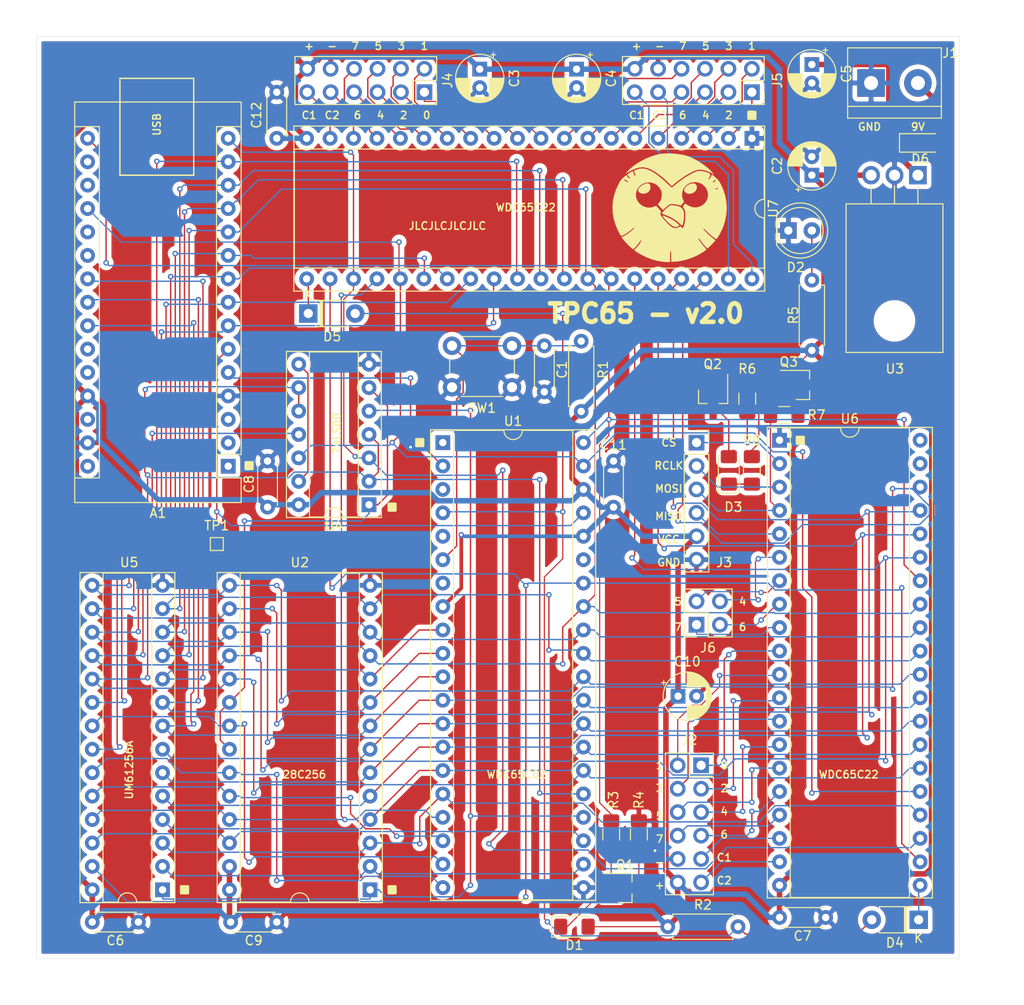
<source format=kicad_pcb>
(kicad_pcb (version 20171130) (host pcbnew 5.1.5+dfsg1-2build2)
  (layers (0 Front signal) (31 Back signal) (34 B.Paste user) (35 F.Paste user) (36 B.SilkS user) (37 F.SilkS user) (38 B.Mask user) (39 F.Mask user) (44 Edge.Cuts user))
  (net 0 "")
  (net 1 GND)
  (net 2 RDY)
  (net 3 MCLK)
  (net 4 A0)
  (net 5 D0)
  (net 6 A1)
  (net 7 D1)
  (net 8 A2)
  (net 9 D2)
  (net 10 D3)
  (net 11 D4)
  (net 12 +5V)
  (net 13 D5)
  (net 14 D6)
  (net 15 D7)
  (net 16 ~IOCE)
  (net 17 ~RESET)
  (net 18 "Net-(C1-Pad1)")
  (net 19 +9V)
  (net 20 ~IRQ)
  (net 21 "Net-(D3-Pad1)")
  (net 22 /Sheet5FD33D0B/PB0)
  (net 23 /Sheet5FD33D0B/PB1)
  (net 24 /Sheet5FD33D0B/PB2)
  (net 25 /Sheet5FD33D0B/PB3)
  (net 26 /Sheet5FD33D0B/PB4)
  (net 27 /Sheet5FD33D0B/PB5)
  (net 28 /Sheet5FD33D0B/PB6)
  (net 29 /Sheet5FD33D0B/PB7)
  (net 30 "Net-(J2-Pad9)")
  (net 31 "Net-(J2-Pad11)")
  (net 32 /Sheet5FD33D0B/PA3)
  (net 33 /Sheet5FD33D0B/PA2)
  (net 34 /Sheet5FD33D0B/PA1)
  (net 35 /Sheet5FD33D0B/PA0)
  (net 36 "Net-(J4-Pad11)")
  (net 37 "Net-(J4-Pad9)")
  (net 38 "Net-(J5-Pad9)")
  (net 39 "Net-(J5-Pad11)")
  (net 40 A12)
  (net 41 A13)
  (net 42 A14)
  (net 43 A15)
  (net 44 A3)
  (net 45 A4)
  (net 46 A5)
  (net 47 RW)
  (net 48 A6)
  (net 49 A7)
  (net 50 A8)
  (net 51 A9)
  (net 52 A10)
  (net 53 PH2)
  (net 54 A11)
  (net 55 ~ECS)
  (net 56 "Net-(U4-Pad13)")
  (net 57 RAM_CE)
  (net 58 /Sheet5FD33D0B/PD7)
  (net 59 /Sheet5FD33D0B/PD5)
  (net 60 /Sheet5FD33D0B/PD4)
  (net 61 /Sheet5FD33D0B/PD3)
  (net 62 /Sheet5FD33D0B/PD2)
  (net 63 /Sheet5FD33D0B/PD1)
  (net 64 /Sheet5FD33D0B/PD0)
  (net 65 /Sheet5FD33D0B/PC0)
  (net 66 /Sheet5FD33D0B/PC1)
  (net 67 /Sheet5FD33D0B/PC2)
  (net 68 /Sheet5FD33D0B/PC3)
  (net 69 /Sheet5FD33D0B/PC4)
  (net 70 /Sheet5FD33D0B/PC5)
  (net 71 /Sheet5FD33D0B/PC6)
  (net 72 /Sheet5FD33D0B/PC7)
  (net 73 /Sheet5FD33D0B/PD6)
  (net 74 "Net-(D1-Pad1)")
  (net 75 "Net-(D2-Pad2)")
  (net 76 "Net-(D3-Pad2)")
  (net 77 "Net-(D4-Pad1)")
  (net 78 "Net-(D5-Pad1)")
  (net 79 "Net-(Q1-Pad1)")
  (net 80 "Net-(Q1-Pad3)")
  (net 81 "Net-(Q2-Pad1)")
  (net 82 "Net-(Q3-Pad2)")
  (net 83 "Net-(Q3-Pad1)")
  (net 84 /Sheet5FD33D0B/PA7)
  (net 85 /Sheet5FD33D0B/PA6)
  (net 86 /Sheet5FD33D0B/PA5)
  (net 87 /Sheet5FD33D0B/PA4)
  (net 88 "Net-(D6-Pad2)")
  (module hoot:hoot (layer Front) (at 153.162 63.5)
    (fp_text reference G*** hide)
    (fp_text value LOGO hide)
  )
  (module LED_SMD:LED_1206_3216Metric_Pad1.42x1.75mm_HandSolder (layer Front) (at 160 92.0125 90)
    (fp_text reference D3 (at -3.9875 0.5 180) (layer F.SilkS))
    (fp_text value LED)
    (pad 2 smd roundrect (at 1.4875 0 90) (size 1.425 1.75) (layers Front F.Paste F.Mask) (roundrect_rratio 0.175439) (net 76 "Net-(D3-Pad2)"))
    (pad 1 smd roundrect (at -1.4875 0 90) (size 1.425 1.75) (layers Front F.Paste F.Mask) (roundrect_rratio 0.175439) (net 21 "Net-(D3-Pad1)"))
  )
  (module Module:Arduino_Nano (layer Front) (at 105.74 91.56 180)
    (fp_text reference A1 (at 7.62 -5.08) (layer F.SilkS))
    (fp_text value Arduino_Nano_v3.x)
    (pad 1 thru_hole rect (at 0 0 180) (size 1.6 1.6) (drill 0.8) (layers *.Cu *.Mask))
    (pad 17 thru_hole oval (at 15.24 33.02 180) (size 1.6 1.6) (drill 0.8) (layers *.Cu *.Mask))
    (pad 2 thru_hole oval (at 0 2.54 180) (size 1.6 1.6) (drill 0.8) (layers *.Cu *.Mask))
    (pad 18 thru_hole oval (at 15.24 30.48 180) (size 1.6 1.6) (drill 0.8) (layers *.Cu *.Mask))
    (pad 3 thru_hole oval (at 0 5.08 180) (size 1.6 1.6) (drill 0.8) (layers *.Cu *.Mask))
    (pad 19 thru_hole oval (at 15.24 27.94 180) (size 1.6 1.6) (drill 0.8) (layers *.Cu *.Mask) (net 53 PH2))
    (pad 4 thru_hole oval (at 0 7.62 180) (size 1.6 1.6) (drill 0.8) (layers *.Cu *.Mask) (net 1 GND))
    (pad 20 thru_hole oval (at 15.24 25.4 180) (size 1.6 1.6) (drill 0.8) (layers *.Cu *.Mask))
    (pad 5 thru_hole oval (at 0 10.16 180) (size 1.6 1.6) (drill 0.8) (layers *.Cu *.Mask) (net 2 RDY))
    (pad 21 thru_hole oval (at 15.24 22.86 180) (size 1.6 1.6) (drill 0.8) (layers *.Cu *.Mask))
    (pad 6 thru_hole oval (at 0 12.7 180) (size 1.6 1.6) (drill 0.8) (layers *.Cu *.Mask) (net 3 MCLK))
    (pad 22 thru_hole oval (at 15.24 20.32 180) (size 1.6 1.6) (drill 0.8) (layers *.Cu *.Mask) (net 4 A0))
    (pad 7 thru_hole oval (at 0 15.24 180) (size 1.6 1.6) (drill 0.8) (layers *.Cu *.Mask) (net 11 D4))
    (pad 23 thru_hole oval (at 15.24 17.78 180) (size 1.6 1.6) (drill 0.8) (layers *.Cu *.Mask) (net 6 A1))
    (pad 8 thru_hole oval (at 0 17.78 180) (size 1.6 1.6) (drill 0.8) (layers *.Cu *.Mask) (net 13 D5))
    (pad 24 thru_hole oval (at 15.24 15.24 180) (size 1.6 1.6) (drill 0.8) (layers *.Cu *.Mask) (net 8 A2))
    (pad 9 thru_hole oval (at 0 20.32 180) (size 1.6 1.6) (drill 0.8) (layers *.Cu *.Mask) (net 14 D6))
    (pad 25 thru_hole oval (at 15.24 12.7 180) (size 1.6 1.6) (drill 0.8) (layers *.Cu *.Mask))
    (pad 10 thru_hole oval (at 0 22.86 180) (size 1.6 1.6) (drill 0.8) (layers *.Cu *.Mask) (net 15 D7))
    (pad 26 thru_hole oval (at 15.24 10.16 180) (size 1.6 1.6) (drill 0.8) (layers *.Cu *.Mask))
    (pad 11 thru_hole oval (at 0 25.4 180) (size 1.6 1.6) (drill 0.8) (layers *.Cu *.Mask) (net 5 D0))
    (pad 27 thru_hole oval (at 15.24 7.62 180) (size 1.6 1.6) (drill 0.8) (layers *.Cu *.Mask) (net 12 +5V))
    (pad 12 thru_hole oval (at 0 27.94 180) (size 1.6 1.6) (drill 0.8) (layers *.Cu *.Mask) (net 7 D1))
    (pad 28 thru_hole oval (at 15.24 5.08 180) (size 1.6 1.6) (drill 0.8) (layers *.Cu *.Mask))
    (pad 13 thru_hole oval (at 0 30.48 180) (size 1.6 1.6) (drill 0.8) (layers *.Cu *.Mask) (net 9 D2))
    (pad 29 thru_hole oval (at 15.24 2.54 180) (size 1.6 1.6) (drill 0.8) (layers *.Cu *.Mask) (net 1 GND))
    (pad 14 thru_hole oval (at 0 33.02 180) (size 1.6 1.6) (drill 0.8) (layers *.Cu *.Mask) (net 10 D3))
    (pad 30 thru_hole oval (at 15.24 0 180) (size 1.6 1.6) (drill 0.8) (layers *.Cu *.Mask))
    (pad 15 thru_hole oval (at 0 35.56 180) (size 1.6 1.6) (drill 0.8) (layers *.Cu *.Mask) (net 16 ~IOCE))
    (pad 16 thru_hole oval (at 15.24 35.56 180) (size 1.6 1.6) (drill 0.8) (layers *.Cu *.Mask) (net 17 ~RESET))
  )
  (module Package_DIP:DIP-40_W15.24mm_Socket (layer Front) (at 129 89)
    (fp_text reference U1 (at 7.62 -2.33) (layer F.SilkS))
    (fp_text value WD65C02)
    (pad 1 thru_hole rect (at 0 0) (size 1.6 1.6) (drill 0.8) (layers *.Cu *.Mask))
    (pad 21 thru_hole oval (at 15.24 48.26) (size 1.6 1.6) (drill 0.8) (layers *.Cu *.Mask) (net 1 GND))
    (pad 2 thru_hole oval (at 0 2.54) (size 1.6 1.6) (drill 0.8) (layers *.Cu *.Mask) (net 2 RDY))
    (pad 22 thru_hole oval (at 15.24 45.72) (size 1.6 1.6) (drill 0.8) (layers *.Cu *.Mask) (net 40 A12))
    (pad 3 thru_hole oval (at 0 5.08) (size 1.6 1.6) (drill 0.8) (layers *.Cu *.Mask))
    (pad 23 thru_hole oval (at 15.24 43.18) (size 1.6 1.6) (drill 0.8) (layers *.Cu *.Mask) (net 41 A13))
    (pad 4 thru_hole oval (at 0 7.62) (size 1.6 1.6) (drill 0.8) (layers *.Cu *.Mask) (net 20 ~IRQ))
    (pad 24 thru_hole oval (at 15.24 40.64) (size 1.6 1.6) (drill 0.8) (layers *.Cu *.Mask) (net 42 A14))
    (pad 5 thru_hole oval (at 0 10.16) (size 1.6 1.6) (drill 0.8) (layers *.Cu *.Mask))
    (pad 25 thru_hole oval (at 15.24 38.1) (size 1.6 1.6) (drill 0.8) (layers *.Cu *.Mask) (net 43 A15))
    (pad 6 thru_hole oval (at 0 12.7) (size 1.6 1.6) (drill 0.8) (layers *.Cu *.Mask) (net 18 "Net-(C1-Pad1)"))
    (pad 26 thru_hole oval (at 15.24 35.56) (size 1.6 1.6) (drill 0.8) (layers *.Cu *.Mask) (net 15 D7))
    (pad 7 thru_hole oval (at 0 15.24) (size 1.6 1.6) (drill 0.8) (layers *.Cu *.Mask))
    (pad 27 thru_hole oval (at 15.24 33.02) (size 1.6 1.6) (drill 0.8) (layers *.Cu *.Mask) (net 14 D6))
    (pad 8 thru_hole oval (at 0 17.78) (size 1.6 1.6) (drill 0.8) (layers *.Cu *.Mask) (net 12 +5V))
    (pad 28 thru_hole oval (at 15.24 30.48) (size 1.6 1.6) (drill 0.8) (layers *.Cu *.Mask) (net 13 D5))
    (pad 9 thru_hole oval (at 0 20.32) (size 1.6 1.6) (drill 0.8) (layers *.Cu *.Mask) (net 4 A0))
    (pad 29 thru_hole oval (at 15.24 27.94) (size 1.6 1.6) (drill 0.8) (layers *.Cu *.Mask) (net 11 D4))
    (pad 10 thru_hole oval (at 0 22.86) (size 1.6 1.6) (drill 0.8) (layers *.Cu *.Mask) (net 6 A1))
    (pad 30 thru_hole oval (at 15.24 25.4) (size 1.6 1.6) (drill 0.8) (layers *.Cu *.Mask) (net 10 D3))
    (pad 11 thru_hole oval (at 0 25.4) (size 1.6 1.6) (drill 0.8) (layers *.Cu *.Mask) (net 8 A2))
    (pad 31 thru_hole oval (at 15.24 22.86) (size 1.6 1.6) (drill 0.8) (layers *.Cu *.Mask) (net 9 D2))
    (pad 12 thru_hole oval (at 0 27.94) (size 1.6 1.6) (drill 0.8) (layers *.Cu *.Mask) (net 44 A3))
    (pad 32 thru_hole oval (at 15.24 20.32) (size 1.6 1.6) (drill 0.8) (layers *.Cu *.Mask) (net 7 D1))
    (pad 13 thru_hole oval (at 0 30.48) (size 1.6 1.6) (drill 0.8) (layers *.Cu *.Mask) (net 45 A4))
    (pad 33 thru_hole oval (at 15.24 17.78) (size 1.6 1.6) (drill 0.8) (layers *.Cu *.Mask) (net 5 D0))
    (pad 14 thru_hole oval (at 0 33.02) (size 1.6 1.6) (drill 0.8) (layers *.Cu *.Mask) (net 46 A5))
    (pad 34 thru_hole oval (at 15.24 15.24) (size 1.6 1.6) (drill 0.8) (layers *.Cu *.Mask) (net 47 RW))
    (pad 15 thru_hole oval (at 0 35.56) (size 1.6 1.6) (drill 0.8) (layers *.Cu *.Mask) (net 48 A6))
    (pad 35 thru_hole oval (at 15.24 12.7) (size 1.6 1.6) (drill 0.8) (layers *.Cu *.Mask))
    (pad 16 thru_hole oval (at 0 38.1) (size 1.6 1.6) (drill 0.8) (layers *.Cu *.Mask) (net 49 A7))
    (pad 36 thru_hole oval (at 15.24 10.16) (size 1.6 1.6) (drill 0.8) (layers *.Cu *.Mask) (net 12 +5V))
    (pad 17 thru_hole oval (at 0 40.64) (size 1.6 1.6) (drill 0.8) (layers *.Cu *.Mask) (net 50 A8))
    (pad 37 thru_hole oval (at 15.24 7.62) (size 1.6 1.6) (drill 0.8) (layers *.Cu *.Mask) (net 3 MCLK))
    (pad 18 thru_hole oval (at 0 43.18) (size 1.6 1.6) (drill 0.8) (layers *.Cu *.Mask) (net 51 A9))
    (pad 38 thru_hole oval (at 15.24 5.08) (size 1.6 1.6) (drill 0.8) (layers *.Cu *.Mask) (net 12 +5V))
    (pad 19 thru_hole oval (at 0 45.72) (size 1.6 1.6) (drill 0.8) (layers *.Cu *.Mask) (net 52 A10))
    (pad 39 thru_hole oval (at 15.24 2.54) (size 1.6 1.6) (drill 0.8) (layers *.Cu *.Mask) (net 53 PH2))
    (pad 20 thru_hole oval (at 0 48.26) (size 1.6 1.6) (drill 0.8) (layers *.Cu *.Mask) (net 54 A11))
    (pad 40 thru_hole oval (at 15.24 0) (size 1.6 1.6) (drill 0.8) (layers *.Cu *.Mask) (net 17 ~RESET))
  )
  (module Capacitor_THT:C_Disc_D4.3mm_W1.9mm_P5.00mm (layer Front) (at 140 78.5 270)
    (fp_text reference C1 (at 2.5895 -1.9225 90) (layer F.SilkS))
    (fp_text value 100n)
    (pad 2 thru_hole circle (at 5 0 270) (size 1.6 1.6) (drill 0.8) (layers *.Cu *.Mask) (net 1 GND))
    (pad 1 thru_hole circle (at 0 0 270) (size 1.6 1.6) (drill 0.8) (layers *.Cu *.Mask) (net 18 "Net-(C1-Pad1)"))
  )
  (module Capacitor_THT:C_Disc_D4.3mm_W1.9mm_P5.00mm (layer Front) (at 165.5 140.5)
    (fp_text reference C7 (at 2.5 2 180) (layer F.SilkS))
    (fp_text value 100n)
    (pad 2 thru_hole circle (at 5 0) (size 1.6 1.6) (drill 0.8) (layers *.Cu *.Mask) (net 1 GND))
    (pad 1 thru_hole circle (at 0 0) (size 1.6 1.6) (drill 0.8) (layers *.Cu *.Mask) (net 12 +5V))
  )
  (module Capacitor_THT:C_Disc_D4.3mm_W1.9mm_P5.00mm (layer Front) (at 110 96 90)
    (fp_text reference C8 (at 2.5 -2 90) (layer F.SilkS))
    (fp_text value 100n)
    (pad 1 thru_hole circle (at 0 0 90) (size 1.6 1.6) (drill 0.8) (layers *.Cu *.Mask) (net 12 +5V))
    (pad 2 thru_hole circle (at 5 0 90) (size 1.6 1.6) (drill 0.8) (layers *.Cu *.Mask) (net 1 GND))
  )
  (module Capacitor_THT:C_Disc_D4.3mm_W1.9mm_P5.00mm (layer Front) (at 106 141)
    (fp_text reference C9 (at 2.5 2) (layer F.SilkS))
    (fp_text value 100n)
    (pad 1 thru_hole circle (at 0 0) (size 1.6 1.6) (drill 0.8) (layers *.Cu *.Mask) (net 12 +5V))
    (pad 2 thru_hole circle (at 5 0) (size 1.6 1.6) (drill 0.8) (layers *.Cu *.Mask) (net 1 GND))
  )
  (module Capacitor_THT:C_Disc_D4.3mm_W1.9mm_P5.00mm (layer Front) (at 147.5 96 90)
    (fp_text reference C11 (at 6.75 0) (layer F.SilkS))
    (fp_text value 100n)
    (pad 2 thru_hole circle (at 5 0 90) (size 1.6 1.6) (drill 0.8) (layers *.Cu *.Mask) (net 1 GND))
    (pad 1 thru_hole circle (at 0 0 90) (size 1.6 1.6) (drill 0.8) (layers *.Cu *.Mask) (net 12 +5V))
  )
  (module Capacitor_THT:C_Disc_D4.3mm_W1.9mm_P5.00mm (layer Front) (at 111 56 90)
    (fp_text reference C12 (at 2.5 -2.2 90) (layer F.SilkS))
    (fp_text value 100n)
    (pad 1 thru_hole circle (at 0 0 90) (size 1.6 1.6) (drill 0.8) (layers *.Cu *.Mask) (net 12 +5V))
    (pad 2 thru_hole circle (at 5 0 90) (size 1.6 1.6) (drill 0.8) (layers *.Cu *.Mask) (net 1 GND))
  )
  (module LED_THT:LED_D5.0mm (layer Front) (at 166.46 66)
    (fp_text reference D2 (at 0.79 4) (layer F.SilkS))
    (fp_text value LED)
    (pad 1 thru_hole rect (at 0 0) (size 1.8 1.8) (drill 0.9) (layers *.Cu *.Mask) (net 1 GND))
    (pad 2 thru_hole circle (at 2.54 0) (size 1.8 1.8) (drill 0.9) (layers *.Cu *.Mask) (net 75 "Net-(D2-Pad2)"))
  )
  (module Diode_THT:D_T-1_P5.08mm_Horizontal (layer Front) (at 180.58 140.75 180)
    (fp_text reference D4 (at 2.58 -2.5 180) (layer F.SilkS))
    (fp_text value D)
    (fp_text user K (at 0 -2) (layer F.SilkS))
    (pad 2 thru_hole oval (at 5.08 0 180) (size 2 2) (drill 1) (layers *.Cu *.Mask) (net 20 ~IRQ))
    (pad 1 thru_hole rect (at 0 0 180) (size 2 2) (drill 1) (layers *.Cu *.Mask) (net 77 "Net-(D4-Pad1)"))
  )
  (module Diode_THT:D_T-1_P5.08mm_Horizontal (layer Front) (at 114.42 75)
    (fp_text reference D5 (at 2.58 2.5 180) (layer F.SilkS))
    (fp_text value D)
    (fp_text user K (at 0 -2) (layer F.SilkS))
    (pad 1 thru_hole rect (at 0 0) (size 2 2) (drill 1) (layers *.Cu *.Mask) (net 78 "Net-(D5-Pad1)"))
    (pad 2 thru_hole oval (at 5.08 0) (size 2 2) (drill 1) (layers *.Cu *.Mask) (net 20 ~IRQ))
  )
  (module TerminalBlock:TerminalBlock_bornier-2_P5.08mm (layer Front) (at 175.42 50)
    (fp_text reference J1 (at 8.58 -3.25) (layer F.SilkS))
    (fp_text value "POWER IN")
    (pad 1 thru_hole rect (at 0 0) (size 3 3) (drill 1.52) (layers *.Cu *.Mask) (net 1 GND))
    (pad 2 thru_hole circle (at 5.08 0) (size 3 3) (drill 1.52) (layers *.Cu *.Mask) (net 88 "Net-(D6-Pad2)"))
  )
  (module Resistor_THT:R_Axial_DIN0207_L6.3mm_D2.5mm_P7.62mm_Horizontal (layer Front) (at 144 85.62 90)
    (fp_text reference R1 (at 4.5305 2.3675 90) (layer F.SilkS))
    (fp_text value 1k)
    (pad 2 thru_hole oval (at 7.62 0 90) (size 1.6 1.6) (drill 0.8) (layers *.Cu *.Mask) (net 18 "Net-(C1-Pad1)"))
    (pad 1 thru_hole circle (at 0 0 90) (size 1.6 1.6) (drill 0.8) (layers *.Cu *.Mask) (net 12 +5V))
  )
  (module Resistor_THT:R_Axial_DIN0207_L6.3mm_D2.5mm_P7.62mm_Horizontal (layer Front) (at 169 79 90)
    (fp_text reference R5 (at 3.81 -2 90) (layer F.SilkS))
    (fp_text value 1K)
    (pad 1 thru_hole circle (at 0 0 90) (size 1.6 1.6) (drill 0.8) (layers *.Cu *.Mask) (net 12 +5V))
    (pad 2 thru_hole oval (at 7.62 0 90) (size 1.6 1.6) (drill 0.8) (layers *.Cu *.Mask) (net 75 "Net-(D2-Pad2)"))
  )
  (module Button_Switch_THT:SW_PUSH_6mm (layer Front) (at 136.5 83 180)
    (fp_text reference SW1 (at 3.25 -2.25) (layer F.SilkS))
    (fp_text value SW_Push)
    (pad 2 thru_hole circle (at 0 4.5 270) (size 2 2) (drill 1.1) (layers *.Cu *.Mask) (net 18 "Net-(C1-Pad1)"))
    (pad 1 thru_hole circle (at 0 0 270) (size 2 2) (drill 1.1) (layers *.Cu *.Mask) (net 1 GND))
    (pad 2 thru_hole circle (at 6.5 4.5 270) (size 2 2) (drill 1.1) (layers *.Cu *.Mask) (net 18 "Net-(C1-Pad1)"))
    (pad 1 thru_hole circle (at 6.5 0 270) (size 2 2) (drill 1.1) (layers *.Cu *.Mask) (net 1 GND))
  )
  (module Package_DIP:DIP-28_W15.24mm_Socket (layer Front) (at 121.115 137.5 180)
    (fp_text reference U2 (at 7.62 35.5) (layer F.SilkS))
    (fp_text value 28C256)
    (pad 1 thru_hole rect (at 0 0 180) (size 1.6 1.6) (drill 0.8) (layers *.Cu *.Mask) (net 42 A14))
    (pad 15 thru_hole oval (at 15.24 33.02 180) (size 1.6 1.6) (drill 0.8) (layers *.Cu *.Mask) (net 10 D3))
    (pad 2 thru_hole oval (at 0 2.54 180) (size 1.6 1.6) (drill 0.8) (layers *.Cu *.Mask) (net 40 A12))
    (pad 16 thru_hole oval (at 15.24 30.48 180) (size 1.6 1.6) (drill 0.8) (layers *.Cu *.Mask) (net 11 D4))
    (pad 3 thru_hole oval (at 0 5.08 180) (size 1.6 1.6) (drill 0.8) (layers *.Cu *.Mask) (net 49 A7))
    (pad 17 thru_hole oval (at 15.24 27.94 180) (size 1.6 1.6) (drill 0.8) (layers *.Cu *.Mask) (net 13 D5))
    (pad 4 thru_hole oval (at 0 7.62 180) (size 1.6 1.6) (drill 0.8) (layers *.Cu *.Mask) (net 48 A6))
    (pad 18 thru_hole oval (at 15.24 25.4 180) (size 1.6 1.6) (drill 0.8) (layers *.Cu *.Mask) (net 14 D6))
    (pad 5 thru_hole oval (at 0 10.16 180) (size 1.6 1.6) (drill 0.8) (layers *.Cu *.Mask) (net 46 A5))
    (pad 19 thru_hole oval (at 15.24 22.86 180) (size 1.6 1.6) (drill 0.8) (layers *.Cu *.Mask) (net 15 D7))
    (pad 6 thru_hole oval (at 0 12.7 180) (size 1.6 1.6) (drill 0.8) (layers *.Cu *.Mask) (net 45 A4))
    (pad 20 thru_hole oval (at 15.24 20.32 180) (size 1.6 1.6) (drill 0.8) (layers *.Cu *.Mask) (net 55 ~ECS))
    (pad 7 thru_hole oval (at 0 15.24 180) (size 1.6 1.6) (drill 0.8) (layers *.Cu *.Mask) (net 44 A3))
    (pad 21 thru_hole oval (at 15.24 17.78 180) (size 1.6 1.6) (drill 0.8) (layers *.Cu *.Mask) (net 52 A10))
    (pad 8 thru_hole oval (at 0 17.78 180) (size 1.6 1.6) (drill 0.8) (layers *.Cu *.Mask) (net 8 A2))
    (pad 22 thru_hole oval (at 15.24 15.24 180) (size 1.6 1.6) (drill 0.8) (layers *.Cu *.Mask) (net 55 ~ECS))
    (pad 9 thru_hole oval (at 0 20.32 180) (size 1.6 1.6) (drill 0.8) (layers *.Cu *.Mask) (net 6 A1))
    (pad 23 thru_hole oval (at 15.24 12.7 180) (size 1.6 1.6) (drill 0.8) (layers *.Cu *.Mask) (net 54 A11))
    (pad 10 thru_hole oval (at 0 22.86 180) (size 1.6 1.6) (drill 0.8) (layers *.Cu *.Mask) (net 4 A0))
    (pad 24 thru_hole oval (at 15.24 10.16 180) (size 1.6 1.6) (drill 0.8) (layers *.Cu *.Mask) (net 51 A9))
    (pad 11 thru_hole oval (at 0 25.4 180) (size 1.6 1.6) (drill 0.8) (layers *.Cu *.Mask) (net 5 D0))
    (pad 25 thru_hole oval (at 15.24 7.62 180) (size 1.6 1.6) (drill 0.8) (layers *.Cu *.Mask) (net 50 A8))
    (pad 12 thru_hole oval (at 0 27.94 180) (size 1.6 1.6) (drill 0.8) (layers *.Cu *.Mask) (net 7 D1))
    (pad 26 thru_hole oval (at 15.24 5.08 180) (size 1.6 1.6) (drill 0.8) (layers *.Cu *.Mask) (net 41 A13))
    (pad 13 thru_hole oval (at 0 30.48 180) (size 1.6 1.6) (drill 0.8) (layers *.Cu *.Mask) (net 9 D2))
    (pad 27 thru_hole oval (at 15.24 2.54 180) (size 1.6 1.6) (drill 0.8) (layers *.Cu *.Mask) (net 12 +5V))
    (pad 14 thru_hole oval (at 0 33.02 180) (size 1.6 1.6) (drill 0.8) (layers *.Cu *.Mask) (net 1 GND))
    (pad 28 thru_hole oval (at 15.24 0 180) (size 1.6 1.6) (drill 0.8) (layers *.Cu *.Mask) (net 12 +5V))
  )
  (module Package_DIP:DIP-14_W7.62mm_Socket (layer Front) (at 121 95.74 180)
    (fp_text reference U4 (at 3.81 -2.33) (layer F.SilkS))
    (fp_text value 74LS00)
    (pad 1 thru_hole rect (at 0 0 180) (size 1.6 1.6) (drill 0.8) (layers *.Cu *.Mask) (net 55 ~ECS))
    (pad 8 thru_hole oval (at 7.62 15.24 180) (size 1.6 1.6) (drill 0.8) (layers *.Cu *.Mask) (net 56 "Net-(U4-Pad13)"))
    (pad 2 thru_hole oval (at 0 2.54 180) (size 1.6 1.6) (drill 0.8) (layers *.Cu *.Mask) (net 43 A15))
    (pad 9 thru_hole oval (at 7.62 12.7 180) (size 1.6 1.6) (drill 0.8) (layers *.Cu *.Mask) (net 43 A15))
    (pad 3 thru_hole oval (at 0 5.08 180) (size 1.6 1.6) (drill 0.8) (layers *.Cu *.Mask) (net 16 ~IOCE))
    (pad 10 thru_hole oval (at 7.62 10.16 180) (size 1.6 1.6) (drill 0.8) (layers *.Cu *.Mask) (net 43 A15))
    (pad 4 thru_hole oval (at 0 7.62 180) (size 1.6 1.6) (drill 0.8) (layers *.Cu *.Mask) (net 43 A15))
    (pad 11 thru_hole oval (at 7.62 7.62 180) (size 1.6 1.6) (drill 0.8) (layers *.Cu *.Mask) (net 57 RAM_CE))
    (pad 5 thru_hole oval (at 0 10.16 180) (size 1.6 1.6) (drill 0.8) (layers *.Cu *.Mask) (net 42 A14))
    (pad 12 thru_hole oval (at 7.62 5.08 180) (size 1.6 1.6) (drill 0.8) (layers *.Cu *.Mask) (net 53 PH2))
    (pad 6 thru_hole oval (at 0 12.7 180) (size 1.6 1.6) (drill 0.8) (layers *.Cu *.Mask) (net 55 ~ECS))
    (pad 13 thru_hole oval (at 7.62 2.54 180) (size 1.6 1.6) (drill 0.8) (layers *.Cu *.Mask) (net 56 "Net-(U4-Pad13)"))
    (pad 7 thru_hole oval (at 0 15.24 180) (size 1.6 1.6) (drill 0.8) (layers *.Cu *.Mask) (net 1 GND))
    (pad 14 thru_hole oval (at 7.62 0 180) (size 1.6 1.6) (drill 0.8) (layers *.Cu *.Mask) (net 12 +5V))
  )
  (module Package_DIP:DIP-28_W7.62mm_Socket (layer Front) (at 98.62 137.5 180)
    (fp_text reference U5 (at 3.62 35.5) (layer F.SilkS))
    (fp_text value UM61256A)
    (pad 1 thru_hole rect (at 0 0 180) (size 1.6 1.6) (drill 0.8) (layers *.Cu *.Mask) (net 42 A14))
    (pad 15 thru_hole oval (at 7.62 33.02 180) (size 1.6 1.6) (drill 0.8) (layers *.Cu *.Mask) (net 10 D3))
    (pad 2 thru_hole oval (at 0 2.54 180) (size 1.6 1.6) (drill 0.8) (layers *.Cu *.Mask) (net 40 A12))
    (pad 16 thru_hole oval (at 7.62 30.48 180) (size 1.6 1.6) (drill 0.8) (layers *.Cu *.Mask) (net 11 D4))
    (pad 3 thru_hole oval (at 0 5.08 180) (size 1.6 1.6) (drill 0.8) (layers *.Cu *.Mask) (net 49 A7))
    (pad 17 thru_hole oval (at 7.62 27.94 180) (size 1.6 1.6) (drill 0.8) (layers *.Cu *.Mask) (net 13 D5))
    (pad 4 thru_hole oval (at 0 7.62 180) (size 1.6 1.6) (drill 0.8) (layers *.Cu *.Mask) (net 48 A6))
    (pad 18 thru_hole oval (at 7.62 25.4 180) (size 1.6 1.6) (drill 0.8) (layers *.Cu *.Mask) (net 14 D6))
    (pad 5 thru_hole oval (at 0 10.16 180) (size 1.6 1.6) (drill 0.8) (layers *.Cu *.Mask) (net 46 A5))
    (pad 19 thru_hole oval (at 7.62 22.86 180) (size 1.6 1.6) (drill 0.8) (layers *.Cu *.Mask) (net 15 D7))
    (pad 6 thru_hole oval (at 0 12.7 180) (size 1.6 1.6) (drill 0.8) (layers *.Cu *.Mask) (net 45 A4))
    (pad 20 thru_hole oval (at 7.62 20.32 180) (size 1.6 1.6) (drill 0.8) (layers *.Cu *.Mask) (net 57 RAM_CE))
    (pad 7 thru_hole oval (at 0 15.24 180) (size 1.6 1.6) (drill 0.8) (layers *.Cu *.Mask) (net 44 A3))
    (pad 21 thru_hole oval (at 7.62 17.78 180) (size 1.6 1.6) (drill 0.8) (layers *.Cu *.Mask) (net 52 A10))
    (pad 8 thru_hole oval (at 0 17.78 180) (size 1.6 1.6) (drill 0.8) (layers *.Cu *.Mask) (net 8 A2))
    (pad 22 thru_hole oval (at 7.62 15.24 180) (size 1.6 1.6) (drill 0.8) (layers *.Cu *.Mask) (net 43 A15))
    (pad 9 thru_hole oval (at 0 20.32 180) (size 1.6 1.6) (drill 0.8) (layers *.Cu *.Mask) (net 6 A1))
    (pad 23 thru_hole oval (at 7.62 12.7 180) (size 1.6 1.6) (drill 0.8) (layers *.Cu *.Mask) (net 54 A11))
    (pad 10 thru_hole oval (at 0 22.86 180) (size 1.6 1.6) (drill 0.8) (layers *.Cu *.Mask) (net 4 A0))
    (pad 24 thru_hole oval (at 7.62 10.16 180) (size 1.6 1.6) (drill 0.8) (layers *.Cu *.Mask) (net 51 A9))
    (pad 11 thru_hole oval (at 0 25.4 180) (size 1.6 1.6) (drill 0.8) (layers *.Cu *.Mask) (net 5 D0))
    (pad 25 thru_hole oval (at 7.62 7.62 180) (size 1.6 1.6) (drill 0.8) (layers *.Cu *.Mask) (net 50 A8))
    (pad 12 thru_hole oval (at 0 27.94 180) (size 1.6 1.6) (drill 0.8) (layers *.Cu *.Mask) (net 7 D1))
    (pad 26 thru_hole oval (at 7.62 5.08 180) (size 1.6 1.6) (drill 0.8) (layers *.Cu *.Mask) (net 41 A13))
    (pad 13 thru_hole oval (at 0 30.48 180) (size 1.6 1.6) (drill 0.8) (layers *.Cu *.Mask) (net 9 D2))
    (pad 27 thru_hole oval (at 7.62 2.54 180) (size 1.6 1.6) (drill 0.8) (layers *.Cu *.Mask) (net 47 RW))
    (pad 14 thru_hole oval (at 0 33.02 180) (size 1.6 1.6) (drill 0.8) (layers *.Cu *.Mask) (net 1 GND))
    (pad 28 thru_hole oval (at 7.62 0 180) (size 1.6 1.6) (drill 0.8) (layers *.Cu *.Mask) (net 12 +5V))
  )
  (module Package_DIP:DIP-40_W15.24mm_Socket (layer Front) (at 165.5 88.74)
    (fp_text reference U6 (at 7.62 -2.33) (layer F.SilkS))
    (fp_text value WD65C22)
    (pad 40 thru_hole oval (at 15.24 0) (size 1.6 1.6) (drill 0.8) (layers *.Cu *.Mask))
    (pad 20 thru_hole oval (at 0 48.26) (size 1.6 1.6) (drill 0.8) (layers *.Cu *.Mask) (net 12 +5V))
    (pad 39 thru_hole oval (at 15.24 2.54) (size 1.6 1.6) (drill 0.8) (layers *.Cu *.Mask))
    (pad 19 thru_hole oval (at 0 45.72) (size 1.6 1.6) (drill 0.8) (layers *.Cu *.Mask) (net 31 "Net-(J2-Pad11)"))
    (pad 38 thru_hole oval (at 15.24 5.08) (size 1.6 1.6) (drill 0.8) (layers *.Cu *.Mask) (net 44 A3))
    (pad 18 thru_hole oval (at 0 43.18) (size 1.6 1.6) (drill 0.8) (layers *.Cu *.Mask) (net 30 "Net-(J2-Pad9)"))
    (pad 37 thru_hole oval (at 15.24 7.62) (size 1.6 1.6) (drill 0.8) (layers *.Cu *.Mask) (net 45 A4))
    (pad 17 thru_hole oval (at 0 40.64) (size 1.6 1.6) (drill 0.8) (layers *.Cu *.Mask) (net 29 /Sheet5FD33D0B/PB7))
    (pad 36 thru_hole oval (at 15.24 10.16) (size 1.6 1.6) (drill 0.8) (layers *.Cu *.Mask) (net 46 A5))
    (pad 16 thru_hole oval (at 0 38.1) (size 1.6 1.6) (drill 0.8) (layers *.Cu *.Mask) (net 28 /Sheet5FD33D0B/PB6))
    (pad 35 thru_hole oval (at 15.24 12.7) (size 1.6 1.6) (drill 0.8) (layers *.Cu *.Mask) (net 48 A6))
    (pad 15 thru_hole oval (at 0 35.56) (size 1.6 1.6) (drill 0.8) (layers *.Cu *.Mask) (net 27 /Sheet5FD33D0B/PB5))
    (pad 34 thru_hole oval (at 15.24 15.24) (size 1.6 1.6) (drill 0.8) (layers *.Cu *.Mask) (net 17 ~RESET))
    (pad 14 thru_hole oval (at 0 33.02) (size 1.6 1.6) (drill 0.8) (layers *.Cu *.Mask) (net 26 /Sheet5FD33D0B/PB4))
    (pad 33 thru_hole oval (at 15.24 17.78) (size 1.6 1.6) (drill 0.8) (layers *.Cu *.Mask) (net 5 D0))
    (pad 13 thru_hole oval (at 0 30.48) (size 1.6 1.6) (drill 0.8) (layers *.Cu *.Mask) (net 25 /Sheet5FD33D0B/PB3))
    (pad 32 thru_hole oval (at 15.24 20.32) (size 1.6 1.6) (drill 0.8) (layers *.Cu *.Mask) (net 7 D1))
    (pad 12 thru_hole oval (at 0 27.94) (size 1.6 1.6) (drill 0.8) (layers *.Cu *.Mask) (net 24 /Sheet5FD33D0B/PB2))
    (pad 31 thru_hole oval (at 15.24 22.86) (size 1.6 1.6) (drill 0.8) (layers *.Cu *.Mask) (net 9 D2))
    (pad 11 thru_hole oval (at 0 25.4) (size 1.6 1.6) (drill 0.8) (layers *.Cu *.Mask) (net 23 /Sheet5FD33D0B/PB1))
    (pad 30 thru_hole oval (at 15.24 25.4) (size 1.6 1.6) (drill 0.8) (layers *.Cu *.Mask) (net 10 D3))
    (pad 10 thru_hole oval (at 0 22.86) (size 1.6 1.6) (drill 0.8) (layers *.Cu *.Mask) (net 22 /Sheet5FD33D0B/PB0))
    (pad 29 thru_hole oval (at 15.24 27.94) (size 1.6 1.6) (drill 0.8) (layers *.Cu *.Mask) (net 11 D4))
    (pad 9 thru_hole oval (at 0 20.32) (size 1.6 1.6) (drill 0.8) (layers *.Cu *.Mask) (net 84 /Sheet5FD33D0B/PA7))
    (pad 28 thru_hole oval (at 15.24 30.48) (size 1.6 1.6) (drill 0.8) (layers *.Cu *.Mask) (net 13 D5))
    (pad 8 thru_hole oval (at 0 17.78) (size 1.6 1.6) (drill 0.8) (layers *.Cu *.Mask) (net 85 /Sheet5FD33D0B/PA6))
    (pad 27 thru_hole oval (at 15.24 33.02) (size 1.6 1.6) (drill 0.8) (layers *.Cu *.Mask) (net 14 D6))
    (pad 7 thru_hole oval (at 0 15.24) (size 1.6 1.6) (drill 0.8) (layers *.Cu *.Mask) (net 86 /Sheet5FD33D0B/PA5))
    (pad 26 thru_hole oval (at 15.24 35.56) (size 1.6 1.6) (drill 0.8) (layers *.Cu *.Mask) (net 15 D7))
    (pad 6 thru_hole oval (at 0 12.7) (size 1.6 1.6) (drill 0.8) (layers *.Cu *.Mask) (net 87 /Sheet5FD33D0B/PA4))
    (pad 25 thru_hole oval (at 15.24 38.1) (size 1.6 1.6) (drill 0.8) (layers *.Cu *.Mask) (net 53 PH2))
    (pad 5 thru_hole oval (at 0 10.16) (size 1.6 1.6) (drill 0.8) (layers *.Cu *.Mask) (net 32 /Sheet5FD33D0B/PA3))
    (pad 24 thru_hole oval (at 15.24 40.64) (size 1.6 1.6) (drill 0.8) (layers *.Cu *.Mask) (net 49 A7))
    (pad 4 thru_hole oval (at 0 7.62) (size 1.6 1.6) (drill 0.8) (layers *.Cu *.Mask) (net 33 /Sheet5FD33D0B/PA2))
    (pad 23 thru_hole oval (at 15.24 43.18) (size 1.6 1.6) (drill 0.8) (layers *.Cu *.Mask) (net 16 ~IOCE))
    (pad 3 thru_hole oval (at 0 5.08) (size 1.6 1.6) (drill 0.8) (layers *.Cu *.Mask) (net 34 /Sheet5FD33D0B/PA1))
    (pad 22 thru_hole oval (at 15.24 45.72) (size 1.6 1.6) (drill 0.8) (layers *.Cu *.Mask) (net 47 RW))
    (pad 2 thru_hole oval (at 0 2.54) (size 1.6 1.6) (drill 0.8) (layers *.Cu *.Mask) (net 35 /Sheet5FD33D0B/PA0))
    (pad 21 thru_hole oval (at 15.24 48.26) (size 1.6 1.6) (drill 0.8) (layers *.Cu *.Mask) (net 77 "Net-(D4-Pad1)"))
    (pad 1 thru_hole rect (at 0 0) (size 1.6 1.6) (drill 0.8) (layers *.Cu *.Mask) (net 1 GND))
  )
  (module Package_DIP:DIP-40_W15.24mm_Socket (layer Front) (at 162.5 56 270)
    (fp_text reference U7 (at 7.62 -2.33 90) (layer F.SilkS))
    (fp_text value WD65C22)
    (pad 1 thru_hole rect (at 0 0 270) (size 1.6 1.6) (drill 0.8) (layers *.Cu *.Mask) (net 1 GND))
    (pad 21 thru_hole oval (at 15.24 48.26 270) (size 1.6 1.6) (drill 0.8) (layers *.Cu *.Mask) (net 78 "Net-(D5-Pad1)"))
    (pad 2 thru_hole oval (at 0 2.54 270) (size 1.6 1.6) (drill 0.8) (layers *.Cu *.Mask) (net 65 /Sheet5FD33D0B/PC0))
    (pad 22 thru_hole oval (at 15.24 45.72 270) (size 1.6 1.6) (drill 0.8) (layers *.Cu *.Mask) (net 47 RW))
    (pad 3 thru_hole oval (at 0 5.08 270) (size 1.6 1.6) (drill 0.8) (layers *.Cu *.Mask) (net 66 /Sheet5FD33D0B/PC1))
    (pad 23 thru_hole oval (at 15.24 43.18 270) (size 1.6 1.6) (drill 0.8) (layers *.Cu *.Mask) (net 16 ~IOCE))
    (pad 4 thru_hole oval (at 0 7.62 270) (size 1.6 1.6) (drill 0.8) (layers *.Cu *.Mask) (net 67 /Sheet5FD33D0B/PC2))
    (pad 24 thru_hole oval (at 15.24 40.64 270) (size 1.6 1.6) (drill 0.8) (layers *.Cu *.Mask) (net 50 A8))
    (pad 5 thru_hole oval (at 0 10.16 270) (size 1.6 1.6) (drill 0.8) (layers *.Cu *.Mask) (net 68 /Sheet5FD33D0B/PC3))
    (pad 25 thru_hole oval (at 15.24 38.1 270) (size 1.6 1.6) (drill 0.8) (layers *.Cu *.Mask) (net 53 PH2))
    (pad 6 thru_hole oval (at 0 12.7 270) (size 1.6 1.6) (drill 0.8) (layers *.Cu *.Mask) (net 69 /Sheet5FD33D0B/PC4))
    (pad 26 thru_hole oval (at 15.24 35.56 270) (size 1.6 1.6) (drill 0.8) (layers *.Cu *.Mask) (net 15 D7))
    (pad 7 thru_hole oval (at 0 15.24 270) (size 1.6 1.6) (drill 0.8) (layers *.Cu *.Mask) (net 70 /Sheet5FD33D0B/PC5))
    (pad 27 thru_hole oval (at 15.24 33.02 270) (size 1.6 1.6) (drill 0.8) (layers *.Cu *.Mask) (net 14 D6))
    (pad 8 thru_hole oval (at 0 17.78 270) (size 1.6 1.6) (drill 0.8) (layers *.Cu *.Mask) (net 71 /Sheet5FD33D0B/PC6))
    (pad 28 thru_hole oval (at 15.24 30.48 270) (size 1.6 1.6) (drill 0.8) (layers *.Cu *.Mask) (net 13 D5))
    (pad 9 thru_hole oval (at 0 20.32 270) (size 1.6 1.6) (drill 0.8) (layers *.Cu *.Mask) (net 72 /Sheet5FD33D0B/PC7))
    (pad 29 thru_hole oval (at 15.24 27.94 270) (size 1.6 1.6) (drill 0.8) (layers *.Cu *.Mask) (net 11 D4))
    (pad 10 thru_hole oval (at 0 22.86 270) (size 1.6 1.6) (drill 0.8) (layers *.Cu *.Mask) (net 64 /Sheet5FD33D0B/PD0))
    (pad 30 thru_hole oval (at 15.24 25.4 270) (size 1.6 1.6) (drill 0.8) (layers *.Cu *.Mask) (net 10 D3))
    (pad 11 thru_hole oval (at 0 25.4 270) (size 1.6 1.6) (drill 0.8) (layers *.Cu *.Mask) (net 63 /Sheet5FD33D0B/PD1))
    (pad 31 thru_hole oval (at 15.24 22.86 270) (size 1.6 1.6) (drill 0.8) (layers *.Cu *.Mask) (net 9 D2))
    (pad 12 thru_hole oval (at 0 27.94 270) (size 1.6 1.6) (drill 0.8) (layers *.Cu *.Mask) (net 62 /Sheet5FD33D0B/PD2))
    (pad 32 thru_hole oval (at 15.24 20.32 270) (size 1.6 1.6) (drill 0.8) (layers *.Cu *.Mask) (net 7 D1))
    (pad 13 thru_hole oval (at 0 30.48 270) (size 1.6 1.6) (drill 0.8) (layers *.Cu *.Mask) (net 61 /Sheet5FD33D0B/PD3))
    (pad 33 thru_hole oval (at 15.24 17.78 270) (size 1.6 1.6) (drill 0.8) (layers *.Cu *.Mask) (net 5 D0))
    (pad 14 thru_hole oval (at 0 33.02 270) (size 1.6 1.6) (drill 0.8) (layers *.Cu *.Mask) (net 60 /Sheet5FD33D0B/PD4))
    (pad 34 thru_hole oval (at 15.24 15.24 270) (size 1.6 1.6) (drill 0.8) (layers *.Cu *.Mask) (net 17 ~RESET))
    (pad 15 thru_hole oval (at 0 35.56 270) (size 1.6 1.6) (drill 0.8) (layers *.Cu *.Mask) (net 59 /Sheet5FD33D0B/PD5))
    (pad 35 thru_hole oval (at 15.24 12.7 270) (size 1.6 1.6) (drill 0.8) (layers *.Cu *.Mask) (net 48 A6))
    (pad 16 thru_hole oval (at 0 38.1 270) (size 1.6 1.6) (drill 0.8) (layers *.Cu *.Mask) (net 73 /Sheet5FD33D0B/PD6))
    (pad 36 thru_hole oval (at 15.24 10.16 270) (size 1.6 1.6) (drill 0.8) (layers *.Cu *.Mask) (net 46 A5))
    (pad 17 thru_hole oval (at 0 40.64 270) (size 1.6 1.6) (drill 0.8) (layers *.Cu *.Mask) (net 58 /Sheet5FD33D0B/PD7))
    (pad 37 thru_hole oval (at 15.24 7.62 270) (size 1.6 1.6) (drill 0.8) (layers *.Cu *.Mask) (net 45 A4))
    (pad 18 thru_hole oval (at 0 43.18 270) (size 1.6 1.6) (drill 0.8) (layers *.Cu *.Mask) (net 37 "Net-(J4-Pad9)"))
    (pad 38 thru_hole oval (at 15.24 5.08 270) (size 1.6 1.6) (drill 0.8) (layers *.Cu *.Mask) (net 44 A3))
    (pad 19 thru_hole oval (at 0 45.72 270) (size 1.6 1.6) (drill 0.8) (layers *.Cu *.Mask) (net 36 "Net-(J4-Pad11)"))
    (pad 39 thru_hole oval (at 15.24 2.54 270) (size 1.6 1.6) (drill 0.8) (layers *.Cu *.Mask) (net 39 "Net-(J5-Pad11)"))
    (pad 20 thru_hole oval (at 0 48.26 270) (size 1.6 1.6) (drill 0.8) (layers *.Cu *.Mask) (net 12 +5V))
    (pad 40 thru_hole oval (at 15.24 0 270) (size 1.6 1.6) (drill 0.8) (layers *.Cu *.Mask) (net 38 "Net-(J5-Pad9)"))
  )
  (module Capacitor_THT:C_Disc_D4.3mm_W1.9mm_P5.00mm (layer Front) (at 91 141)
    (fp_text reference C6 (at 2.5 2) (layer F.SilkS))
    (fp_text value 100n)
    (pad 1 thru_hole circle (at 0 0) (size 1.6 1.6) (drill 0.8) (layers *.Cu *.Mask) (net 12 +5V))
    (pad 2 thru_hole circle (at 5 0) (size 1.6 1.6) (drill 0.8) (layers *.Cu *.Mask) (net 1 GND))
  )
  (module Connector_PinSocket_2.54mm:PinSocket_2x06_P2.54mm_Vertical (layer Front) (at 157 124)
    (fp_text reference J2 (at -1.25 -2.75) (layer F.SilkS))
    (fp_text value PORTB)
    (pad 1 thru_hole rect (at 0 0) (size 1.7 1.7) (drill 1) (layers *.Cu *.Mask) (net 22 /Sheet5FD33D0B/PB0))
    (pad 2 thru_hole oval (at -2.54 0) (size 1.7 1.7) (drill 1) (layers *.Cu *.Mask) (net 23 /Sheet5FD33D0B/PB1))
    (pad 3 thru_hole oval (at 0 2.54) (size 1.7 1.7) (drill 1) (layers *.Cu *.Mask) (net 24 /Sheet5FD33D0B/PB2))
    (pad 4 thru_hole oval (at -2.54 2.54) (size 1.7 1.7) (drill 1) (layers *.Cu *.Mask) (net 25 /Sheet5FD33D0B/PB3))
    (pad 5 thru_hole oval (at 0 5.08) (size 1.7 1.7) (drill 1) (layers *.Cu *.Mask) (net 26 /Sheet5FD33D0B/PB4))
    (pad 6 thru_hole oval (at -2.54 5.08) (size 1.7 1.7) (drill 1) (layers *.Cu *.Mask) (net 27 /Sheet5FD33D0B/PB5))
    (pad 7 thru_hole oval (at 0 7.62) (size 1.7 1.7) (drill 1) (layers *.Cu *.Mask) (net 28 /Sheet5FD33D0B/PB6))
    (pad 8 thru_hole oval (at -2.54 7.62) (size 1.7 1.7) (drill 1) (layers *.Cu *.Mask) (net 29 /Sheet5FD33D0B/PB7))
    (pad 9 thru_hole oval (at 0 10.16) (size 1.7 1.7) (drill 1) (layers *.Cu *.Mask) (net 30 "Net-(J2-Pad9)"))
    (pad 10 thru_hole oval (at -2.54 10.16) (size 1.7 1.7) (drill 1) (layers *.Cu *.Mask) (net 1 GND))
    (pad 11 thru_hole oval (at 0 12.7) (size 1.7 1.7) (drill 1) (layers *.Cu *.Mask) (net 31 "Net-(J2-Pad11)"))
    (pad 12 thru_hole oval (at -2.54 12.7) (size 1.7 1.7) (drill 1) (layers *.Cu *.Mask) (net 12 +5V))
  )
  (module Connector_PinSocket_2.54mm:PinSocket_1x06_P2.54mm_Vertical (layer Front) (at 156.5 89)
    (fp_text reference J3 (at 3 13) (layer F.SilkS))
    (fp_text value SD_CARD)
    (pad 1 thru_hole rect (at 0 0) (size 1.7 1.7) (drill 1) (layers *.Cu *.Mask) (net 35 /Sheet5FD33D0B/PA0))
    (pad 2 thru_hole oval (at 0 2.54) (size 1.7 1.7) (drill 1) (layers *.Cu *.Mask) (net 34 /Sheet5FD33D0B/PA1))
    (pad 3 thru_hole oval (at 0 5.08) (size 1.7 1.7) (drill 1) (layers *.Cu *.Mask) (net 33 /Sheet5FD33D0B/PA2))
    (pad 4 thru_hole oval (at 0 7.62) (size 1.7 1.7) (drill 1) (layers *.Cu *.Mask) (net 32 /Sheet5FD33D0B/PA3))
    (pad 5 thru_hole oval (at 0 10.16) (size 1.7 1.7) (drill 1) (layers *.Cu *.Mask) (net 12 +5V))
    (pad 6 thru_hole oval (at 0 12.7) (size 1.7 1.7) (drill 1) (layers *.Cu *.Mask) (net 1 GND))
  )
  (module Connector_PinSocket_2.54mm:PinSocket_2x06_P2.54mm_Vertical (layer Front) (at 127 51 270)
    (fp_text reference J4 (at -1.27 -2.5 90) (layer F.SilkS))
    (fp_text value PORTD)
    (pad 12 thru_hole oval (at -2.54 12.7 270) (size 1.7 1.7) (drill 1) (layers *.Cu *.Mask) (net 12 +5V))
    (pad 11 thru_hole oval (at 0 12.7 270) (size 1.7 1.7) (drill 1) (layers *.Cu *.Mask) (net 36 "Net-(J4-Pad11)"))
    (pad 10 thru_hole oval (at -2.54 10.16 270) (size 1.7 1.7) (drill 1) (layers *.Cu *.Mask) (net 1 GND))
    (pad 9 thru_hole oval (at 0 10.16 270) (size 1.7 1.7) (drill 1) (layers *.Cu *.Mask) (net 37 "Net-(J4-Pad9)"))
    (pad 8 thru_hole oval (at -2.54 7.62 270) (size 1.7 1.7) (drill 1) (layers *.Cu *.Mask) (net 58 /Sheet5FD33D0B/PD7))
    (pad 7 thru_hole oval (at 0 7.62 270) (size 1.7 1.7) (drill 1) (layers *.Cu *.Mask) (net 73 /Sheet5FD33D0B/PD6))
    (pad 6 thru_hole oval (at -2.54 5.08 270) (size 1.7 1.7) (drill 1) (layers *.Cu *.Mask) (net 59 /Sheet5FD33D0B/PD5))
    (pad 5 thru_hole oval (at 0 5.08 270) (size 1.7 1.7) (drill 1) (layers *.Cu *.Mask) (net 60 /Sheet5FD33D0B/PD4))
    (pad 4 thru_hole oval (at -2.54 2.54 270) (size 1.7 1.7) (drill 1) (layers *.Cu *.Mask) (net 61 /Sheet5FD33D0B/PD3))
    (pad 3 thru_hole oval (at 0 2.54 270) (size 1.7 1.7) (drill 1) (layers *.Cu *.Mask) (net 62 /Sheet5FD33D0B/PD2))
    (pad 2 thru_hole oval (at -2.54 0 270) (size 1.7 1.7) (drill 1) (layers *.Cu *.Mask) (net 63 /Sheet5FD33D0B/PD1))
    (pad 1 thru_hole rect (at 0 0 270) (size 1.7 1.7) (drill 1) (layers *.Cu *.Mask) (net 64 /Sheet5FD33D0B/PD0))
  )
  (module Connector_PinSocket_2.54mm:PinSocket_2x06_P2.54mm_Vertical (layer Front) (at 162.5 51 270)
    (fp_text reference J5 (at -1.27 -2.77 90) (layer F.SilkS))
    (fp_text value PORTC)
    (pad 1 thru_hole rect (at 0 0 270) (size 1.7 1.7) (drill 1) (layers *.Cu *.Mask) (net 65 /Sheet5FD33D0B/PC0))
    (pad 2 thru_hole oval (at -2.54 0 270) (size 1.7 1.7) (drill 1) (layers *.Cu *.Mask) (net 66 /Sheet5FD33D0B/PC1))
    (pad 3 thru_hole oval (at 0 2.54 270) (size 1.7 1.7) (drill 1) (layers *.Cu *.Mask) (net 67 /Sheet5FD33D0B/PC2))
    (pad 4 thru_hole oval (at -2.54 2.54 270) (size 1.7 1.7) (drill 1) (layers *.Cu *.Mask) (net 68 /Sheet5FD33D0B/PC3))
    (pad 5 thru_hole oval (at 0 5.08 270) (size 1.7 1.7) (drill 1) (layers *.Cu *.Mask) (net 69 /Sheet5FD33D0B/PC4))
    (pad 6 thru_hole oval (at -2.54 5.08 270) (size 1.7 1.7) (drill 1) (layers *.Cu *.Mask) (net 70 /Sheet5FD33D0B/PC5))
    (pad 7 thru_hole oval (at 0 7.62 270) (size 1.7 1.7) (drill 1) (layers *.Cu *.Mask) (net 71 /Sheet5FD33D0B/PC6))
    (pad 8 thru_hole oval (at -2.54 7.62 270) (size 1.7 1.7) (drill 1) (layers *.Cu *.Mask) (net 72 /Sheet5FD33D0B/PC7))
    (pad 9 thru_hole oval (at 0 10.16 270) (size 1.7 1.7) (drill 1) (layers *.Cu *.Mask) (net 38 "Net-(J5-Pad9)"))
    (pad 10 thru_hole oval (at -2.54 10.16 270) (size 1.7 1.7) (drill 1) (layers *.Cu *.Mask) (net 1 GND))
    (pad 11 thru_hole oval (at 0 12.7 270) (size 1.7 1.7) (drill 1) (layers *.Cu *.Mask) (net 39 "Net-(J5-Pad11)"))
    (pad 12 thru_hole oval (at -2.54 12.7 270) (size 1.7 1.7) (drill 1) (layers *.Cu *.Mask) (net 12 +5V))
  )
  (module Resistor_THT:R_Axial_DIN0207_L6.3mm_D2.5mm_P7.62mm_Horizontal (layer Front) (at 153.38 141.5)
    (fp_text reference R2 (at 3.81 -2.37) (layer F.SilkS))
    (fp_text value 3.3k)
    (pad 1 thru_hole circle (at 0 0) (size 1.6 1.6) (drill 0.8) (layers *.Cu *.Mask) (net 12 +5V))
    (pad 2 thru_hole oval (at 7.62 0) (size 1.6 1.6) (drill 0.8) (layers *.Cu *.Mask) (net 20 ~IRQ))
  )
  (module Package_TO_SOT_THT:TO-220F-3_Horizontal_TabDown (layer Front) (at 180.5 60 180)
    (fp_text reference U3 (at 2.5 -21) (layer F.SilkS))
    (fp_text value L7805)
    (pad "" np_thru_hole oval (at 2.54 -15.8 180) (size 3.5 3.5) (drill 3.5) (layers *.Cu *.Mask))
    (pad 1 thru_hole rect (at 0 0 180) (size 1.905 2) (drill 1.2) (layers *.Cu *.Mask) (net 19 +9V))
    (pad 2 thru_hole oval (at 2.54 0 180) (size 1.905 2) (drill 1.2) (layers *.Cu *.Mask) (net 1 GND))
    (pad 3 thru_hole oval (at 5.08 0 180) (size 1.905 2) (drill 1.2) (layers *.Cu *.Mask) (net 12 +5V))
  )
  (module TestPoint:TestPoint_Pad_1.0x1.0mm (layer Front) (at 104.5 100)
    (fp_text reference TP1 (at 0 -2) (layer F.SilkS))
    (fp_text value "MASTER CLOCK")
    (pad 1 smd rect (at 0 0) (size 1 1) (layers Front F.Mask) (net 3 MCLK))
  )
  (module LED_SMD:LED_1206_3216Metric_Pad1.42x1.75mm_HandSolder (layer Front) (at 143.2625 141.5)
    (fp_text reference D1 (at 0 2) (layer F.SilkS))
    (fp_text value LED)
    (pad 1 smd roundrect (at -1.4875 0) (size 1.425 1.75) (layers Front F.Paste F.Mask) (roundrect_rratio 0.175439) (net 74 "Net-(D1-Pad1)"))
    (pad 2 smd roundrect (at 1.4875 0) (size 1.425 1.75) (layers Front F.Paste F.Mask) (roundrect_rratio 0.175439) (net 12 +5V))
  )
  (module Connector_PinSocket_2.54mm:PinSocket_2x02_P2.54mm_Vertical (layer Front) (at 156.5 108.75 180)
    (fp_text reference J6 (at -1.25 -2.5) (layer F.SilkS))
    (fp_text value PORTA)
    (pad 1 thru_hole rect (at 0 0 180) (size 1.7 1.7) (drill 1) (layers *.Cu *.Mask) (net 84 /Sheet5FD33D0B/PA7))
    (pad 2 thru_hole oval (at -2.54 0 180) (size 1.7 1.7) (drill 1) (layers *.Cu *.Mask) (net 85 /Sheet5FD33D0B/PA6))
    (pad 3 thru_hole oval (at 0 2.54 180) (size 1.7 1.7) (drill 1) (layers *.Cu *.Mask) (net 86 /Sheet5FD33D0B/PA5))
    (pad 4 thru_hole oval (at -2.54 2.54 180) (size 1.7 1.7) (drill 1) (layers *.Cu *.Mask) (net 87 /Sheet5FD33D0B/PA4))
  )
  (module Package_TO_SOT_SMD:SOT-23_Handsoldering (layer Front) (at 148.75 137.3)
    (fp_text reference Q1 (at 0 -2.5) (layer F.SilkS))
    (fp_text value Q_NPN_BCE)
    (pad 1 smd rect (at -1.5 -0.95) (size 1.9 0.8) (layers Front F.Paste F.Mask) (net 79 "Net-(Q1-Pad1)"))
    (pad 2 smd rect (at -1.5 0.95) (size 1.9 0.8) (layers Front F.Paste F.Mask) (net 74 "Net-(D1-Pad1)"))
    (pad 3 smd rect (at 1.5 0) (size 1.9 0.8) (layers Front F.Paste F.Mask) (net 80 "Net-(Q1-Pad3)"))
  )
  (module Package_TO_SOT_SMD:SOT-23_Handsoldering (layer Front) (at 158.3 84 270)
    (fp_text reference Q2 (at -3.5 0.05 180) (layer F.SilkS))
    (fp_text value Q_PNP_BCE)
    (pad 1 smd rect (at -1.5 -0.95 270) (size 1.9 0.8) (layers Front F.Paste F.Mask) (net 81 "Net-(Q2-Pad1)"))
    (pad 2 smd rect (at -1.5 0.95 270) (size 1.9 0.8) (layers Front F.Paste F.Mask) (net 12 +5V))
    (pad 3 smd rect (at 1.5 0 270) (size 1.9 0.8) (layers Front F.Paste F.Mask) (net 76 "Net-(D3-Pad2)"))
  )
  (module Package_TO_SOT_SMD:SOT-23_Handsoldering (layer Front) (at 168 82.75)
    (fp_text reference Q3 (at -1.5 -2.5) (layer F.SilkS))
    (fp_text value Q_NPN_BCE)
    (pad 3 smd rect (at 1.5 0) (size 1.9 0.8) (layers Front F.Paste F.Mask) (net 1 GND))
    (pad 2 smd rect (at -1.5 0.95) (size 1.9 0.8) (layers Front F.Paste F.Mask) (net 82 "Net-(Q3-Pad2)"))
    (pad 1 smd rect (at -1.5 -0.95) (size 1.9 0.8) (layers Front F.Paste F.Mask) (net 83 "Net-(Q3-Pad1)"))
  )
  (module Resistor_SMD:R_1206_3216Metric_Pad1.42x1.75mm_HandSolder (layer Front) (at 147.25 131.5125 90)
    (fp_text reference R3 (at 3.7625 0.25 90) (layer F.SilkS))
    (fp_text value 10K)
    (pad 1 smd roundrect (at -1.4875 0 90) (size 1.425 1.75) (layers Front F.Paste F.Mask) (roundrect_rratio 0.175439) (net 79 "Net-(Q1-Pad1)"))
    (pad 2 smd roundrect (at 1.4875 0 90) (size 1.425 1.75) (layers Front F.Paste F.Mask) (roundrect_rratio 0.175439) (net 17 ~RESET))
  )
  (module Resistor_SMD:R_1206_3216Metric_Pad1.42x1.75mm_HandSolder (layer Front) (at 162 84.2375 270)
    (fp_text reference R6 (at -3.2375 0 180) (layer F.SilkS))
    (fp_text value 10K)
    (pad 2 smd roundrect (at 1.4875 0 270) (size 1.425 1.75) (layers Front F.Paste F.Mask) (roundrect_rratio 0.175439) (net 35 /Sheet5FD33D0B/PA0))
    (pad 1 smd roundrect (at -1.4875 0 270) (size 1.425 1.75) (layers Front F.Paste F.Mask) (roundrect_rratio 0.175439) (net 81 "Net-(Q2-Pad1)"))
  )
  (module Resistor_SMD:R_1206_3216Metric_Pad1.42x1.75mm_HandSolder (layer Front) (at 166.0125 86 180)
    (fp_text reference R7 (at -3.4875 0) (layer F.SilkS))
    (fp_text value 10K)
    (pad 1 smd roundrect (at -1.4875 0 180) (size 1.425 1.75) (layers Front F.Paste F.Mask) (roundrect_rratio 0.175439) (net 83 "Net-(Q3-Pad1)"))
    (pad 2 smd roundrect (at 1.4875 0 180) (size 1.425 1.75) (layers Front F.Paste F.Mask) (roundrect_rratio 0.175439) (net 33 /Sheet5FD33D0B/PA2))
  )
  (module Resistor_SMD:R_1206_3216Metric_Pad1.42x1.75mm_HandSolder (layer Front) (at 162.5 92.0125 90)
    (fp_text reference R8 (at 3.2625 0) (layer F.SilkS))
    (fp_text value 1K)
    (pad 2 smd roundrect (at 1.4875 0 90) (size 1.425 1.75) (layers Front F.Paste F.Mask) (roundrect_rratio 0.175439) (net 82 "Net-(Q3-Pad2)"))
    (pad 1 smd roundrect (at -1.4875 0 90) (size 1.425 1.75) (layers Front F.Paste F.Mask) (roundrect_rratio 0.175439) (net 21 "Net-(D3-Pad1)"))
  )
  (module Resistor_SMD:R_1206_3216Metric_Pad1.42x1.75mm_HandSolder (layer Front) (at 150.25 131.5 90)
    (fp_text reference R4 (at 3.75 0 90) (layer F.SilkS))
    (fp_text value 1K)
    (pad 1 smd roundrect (at -1.4875 0 90) (size 1.425 1.75) (layers Front F.Paste F.Mask) (roundrect_rratio 0.175439) (net 80 "Net-(Q1-Pad3)"))
    (pad 2 smd roundrect (at 1.4875 0 90) (size 1.425 1.75) (layers Front F.Paste F.Mask) (roundrect_rratio 0.175439) (net 1 GND))
  )
  (module Diode_SMD:D_SOD-123 (layer Front) (at 180.75 56.5)
    (fp_text reference D6 (at 0 1.75) (layer F.SilkS))
    (fp_text value D_Schottky)
    (pad 1 smd rect (at -1.65 0) (size 0.9 1.2) (layers Front F.Paste F.Mask) (net 19 +9V))
    (pad 2 smd rect (at 1.65 0) (size 0.9 1.2) (layers Front F.Paste F.Mask) (net 88 "Net-(D6-Pad2)"))
  )
  (module Capacitor_THT:CP_Radial_D5.0mm_P2.00mm (layer Front) (at 169 60 90)
    (fp_text reference C2 (at 1 -3.75 90) (layer F.SilkS))
    (fp_text value 100u)
    (pad 1 thru_hole rect (at 0 0 90) (size 1.6 1.6) (drill 0.8) (layers *.Cu *.Mask) (net 12 +5V))
    (pad 2 thru_hole circle (at 2 0 90) (size 1.6 1.6) (drill 0.8) (layers *.Cu *.Mask) (net 1 GND))
  )
  (module Capacitor_THT:CP_Radial_D5.0mm_P2.00mm (layer Front) (at 133 48.5 270)
    (fp_text reference C3 (at 1 -3.75 90) (layer F.SilkS))
    (fp_text value 100u)
    (pad 2 thru_hole circle (at 2 0 270) (size 1.6 1.6) (drill 0.8) (layers *.Cu *.Mask) (net 1 GND))
    (pad 1 thru_hole rect (at 0 0 270) (size 1.6 1.6) (drill 0.8) (layers *.Cu *.Mask) (net 12 +5V))
  )
  (module Capacitor_THT:CP_Radial_D5.0mm_P2.00mm (layer Front) (at 143.5 48.5 270)
    (fp_text reference C4 (at 1 -3.75 90) (layer F.SilkS))
    (fp_text value 100u)
    (pad 1 thru_hole rect (at 0 0 270) (size 1.6 1.6) (drill 0.8) (layers *.Cu *.Mask) (net 12 +5V))
    (pad 2 thru_hole circle (at 2 0 270) (size 1.6 1.6) (drill 0.8) (layers *.Cu *.Mask) (net 1 GND))
  )
  (module Capacitor_THT:CP_Radial_D5.0mm_P2.00mm (layer Front) (at 169 48 270)
    (fp_text reference C5 (at 1 -3.75 90) (layer F.SilkS))
    (fp_text value 10u)
    (pad 2 thru_hole circle (at 2 0 270) (size 1.6 1.6) (drill 0.8) (layers *.Cu *.Mask) (net 1 GND))
    (pad 1 thru_hole rect (at 0 0 270) (size 1.6 1.6) (drill 0.8) (layers *.Cu *.Mask) (net 19 +9V))
  )
  (module Capacitor_THT:CP_Radial_D5.0mm_P2.00mm (layer Front) (at 154.5 116.5)
    (fp_text reference C10 (at 1 -3.75) (layer F.SilkS))
    (fp_text value 100u)
    (pad 1 thru_hole rect (at 0 0) (size 1.6 1.6) (drill 0.8) (layers *.Cu *.Mask) (net 12 +5V))
    (pad 2 thru_hole circle (at 2 0) (size 1.6 1.6) (drill 0.8) (layers *.Cu *.Mask) (net 1 GND))
  )
  (gr_text 4 (at 161.5 106.25) (layer F.SilkS) (effects (font (size 0.8128 0.8128) (thickness 0.1524))))
  (gr_text JLCJLCJLCJLC (at 129.5 65.5) (layer F.SilkS) (effects (font (size 0.8128 0.8128) (thickness 0.1524))))
  (gr_text 5 (at 154.5 106.25) (layer F.SilkS) (effects (font (size 0.8128 0.8128) (thickness 0.1524))))
  (gr_text 7 (at 154.5 109) (layer F.SilkS) (effects (font (size 0.8128 0.8128) (thickness 0.1524))))
  (gr_text 6 (at 161.5 109) (layer F.SilkS) (effects (font (size 0.8128 0.8128) (thickness 0.1524))))
  (gr_text GND (at 175.25 54.75) (layer F.SilkS) (effects (font (size 0.8128 0.8128) (thickness 0.1524))))
  (gr_text 9V (at 180.5 54.75) (layer F.SilkS) (effects (font (size 0.8128 0.8128) (thickness 0.1524))))
  (gr_text C2 (at 117 53.5) (layer F.SilkS) (effects (font (size 0.8128 0.8128) (thickness 0.1524))))
  (gr_text C1 (at 114.5 53.5) (layer F.SilkS) (effects (font (size 0.8128 0.8128) (thickness 0.1524))))
  (gr_text C2 (at 152.5 53.5) (layer F.SilkS) (effects (font (size 0.8128 0.8128) (thickness 0.1524))))
  (gr_text C1 (at 150 53.5) (layer F.SilkS) (effects (font (size 0.8128 0.8128) (thickness 0.1524))))
  (gr_text 6 (at 119.75 53.5) (layer F.SilkS) (effects (font (size 0.8128 0.8128) (thickness 0.1524))))
  (gr_text 0 (at 127.25 53.5) (layer F.SilkS) (effects (font (size 0.8128 0.8128) (thickness 0.1524))))
  (gr_text 2 (at 124.75 53.5) (layer F.SilkS) (effects (font (size 0.8128 0.8128) (thickness 0.1524))))
  (gr_text 4 (at 122.25 53.5) (layer F.SilkS) (effects (font (size 0.8128 0.8128) (thickness 0.1524))))
  (gr_text 7 (at 119.5 46) (layer F.SilkS) (effects (font (size 0.8128 0.8128) (thickness 0.1524))))
  (gr_text + (at 114.5 46) (layer F.SilkS) (effects (font (size 0.8128 0.8128) (thickness 0.1524))))
  (gr_text - (at 117 46) (layer F.SilkS) (effects (font (size 0.8128 0.8128) (thickness 0.1524))))
  (gr_text 3 (at 124.5 46) (layer F.SilkS) (effects (font (size 0.8128 0.8128) (thickness 0.1524))))
  (gr_text 1 (at 127 46) (layer F.SilkS) (effects (font (size 0.8128 0.8128) (thickness 0.1524))))
  (gr_text 5 (at 122 46) (layer F.SilkS) (effects (font (size 0.8128 0.8128) (thickness 0.1524))))
  (gr_text 1 (at 162.5 46) (layer F.SilkS) (effects (font (size 0.8128 0.8128) (thickness 0.1524))))
  (gr_text 3 (at 160 46) (layer F.SilkS) (effects (font (size 0.8128 0.8128) (thickness 0.1524))))
  (gr_text 5 (at 157.5 46) (layer F.SilkS) (effects (font (size 0.8128 0.8128) (thickness 0.1524))))
  (gr_text 7 (at 155 46) (layer F.SilkS) (effects (font (size 0.8128 0.8128) (thickness 0.1524))))
  (gr_text - (at 152.5 46) (layer F.SilkS) (effects (font (size 0.8128 0.8128) (thickness 0.1524))))
  (gr_text + (at 150 46) (layer F.SilkS) (effects (font (size 0.8128 0.8128) (thickness 0.1524))))
  (gr_text 6 (at 155 53.5) (layer F.SilkS) (effects (font (size 0.8128 0.8128) (thickness 0.1524))))
  (gr_text 4 (at 157.5 53.5) (layer F.SilkS) (effects (font (size 0.8128 0.8128) (thickness 0.1524))))
  (gr_text 2 (at 160 53.5) (layer F.SilkS) (effects (font (size 0.8128 0.8128) (thickness 0.1524))))
  (gr_text 0 (at 162.5 53.5) (layer F.SilkS) (effects (font (size 0.8128 0.8128) (thickness 0.1524))))
  (gr_text "C2\n" (at 159.5 136.5) (layer F.SilkS) (effects (font (size 0.8128 0.8128) (thickness 0.1524))))
  (gr_text C1 (at 159.5 134) (layer F.SilkS) (effects (font (size 0.8128 0.8128) (thickness 0.1524))))
  (gr_text 6 (at 159.5 131.5) (layer F.SilkS) (effects (font (size 0.8128 0.8128) (thickness 0.1524))))
  (gr_text 4 (at 159.5 129) (layer F.SilkS) (effects (font (size 0.8128 0.8128) (thickness 0.1524))))
  (gr_text 2 (at 159.5 126.5) (layer F.SilkS) (effects (font (size 0.8128 0.8128) (thickness 0.1524))))
  (gr_text 0 (at 159.5 124) (layer F.SilkS) (effects (font (size 0.8128 0.8128) (thickness 0.1524))))
  (gr_text 1 (at 152.5 124) (layer F.SilkS) (effects (font (size 0.8128 0.8128) (thickness 0.1524))))
  (gr_text 3 (at 152.5 126.5) (layer F.SilkS) (effects (font (size 0.8128 0.8128) (thickness 0.1524))))
  (gr_text 5 (at 152.5 129.5) (layer F.SilkS) (effects (font (size 0.8128 0.8128) (thickness 0.1524))))
  (gr_text 7 (at 152.5 132) (layer F.SilkS) (effects (font (size 0.8128 0.8128) (thickness 0.1524))))
  (gr_text - (at 152.5 134.5) (layer F.SilkS) (effects (font (size 0.8128 0.8128) (thickness 0.1524))))
  (gr_text + (at 152.5 137) (layer F.SilkS) (effects (font (size 0.8128 0.8128) (thickness 0.1524))))
  (gr_text CS (at 153.5 89) (layer F.SilkS) (effects (font (size 0.8128 0.8128) (thickness 0.1524))))
  (gr_text RCLK (at 153.5 91.5) (layer F.SilkS) (effects (font (size 0.8128 0.8128) (thickness 0.1524))))
  (gr_text MOSI (at 153.5 94) (layer F.SilkS) (effects (font (size 0.8128 0.8128) (thickness 0.1524))))
  (gr_text MISO (at 153.5 97) (layer F.SilkS) (effects (font (size 0.8128 0.8128) (thickness 0.1524))))
  (gr_text VCC (at 153.5 99.5) (layer F.SilkS) (effects (font (size 0.8128 0.8128) (thickness 0.1524))))
  (gr_text GND (at 153.5 102) (layer F.SilkS) (effects (font (size 0.8128 0.8128) (thickness 0.1524))))
  (gr_text UM61256A (at 95 124.5 90) (layer F.SilkS) (effects (font (size 0.8128 0.8128) (thickness 0.1524))))
  (gr_text 74LS00 (at 117.5 88 90) (layer F.SilkS) (effects (font (size 0.8128 0.8128) (thickness 0.1524))))
  (gr_text 28C256 (at 114 125) (layer F.SilkS) (effects (font (size 0.8128 0.8128) (thickness 0.1524))))
  (gr_text WDC65C02 (at 137 125) (layer F.SilkS) (effects (font (size 0.8128 0.8128) (thickness 0.1524))))
  (gr_text WDC65C22 (at 173 125) (layer F.SilkS) (effects (font (size 0.8128 0.8128) (thickness 0.1524))))
  (gr_text WDC65C22 (at 138 63.5) (layer F.SilkS) (effects (font (size 0.8128 0.8128) (thickness 0.1524))))
  (gr_text USB (at 98 54.5 90) (layer F.SilkS) (effects (font (size 0.8128 0.8128) (thickness 0.1524))))
  (gr_line (start 94 60) (end 94 59.5) (layer F.SilkS) (width 0.1524))
  (gr_line (start 102 60) (end 94 60) (layer F.SilkS) (width 0.1524))
  (gr_line (start 102 49.5) (end 102 60) (layer F.SilkS) (width 0.1524))
  (gr_line (start 94 49.5) (end 102 49.5) (layer F.SilkS) (width 0.1524))
  (gr_line (start 94 59.5) (end 94 49.5) (layer F.SilkS) (width 0.1524))
  (gr_text "TPC65 - v2.0" (at 151 75) (layer F.SilkS) (effects (font (size 2 2) (thickness 0.5))))
  (gr_line (start 84.963 44.958) (end 184.963 44.958) (layer Edge.Cuts) (width 0.0381))
  (gr_line (start 84.963 144.958) (end 184.963 144.958) (layer Edge.Cuts) (width 0.0381))
  (gr_line (start 184.963 44.958) (end 184.963 144.958) (layer Edge.Cuts) (width 0.0381))
  (gr_line (start 84.963 44.958) (end 84.963 144.958) (layer Edge.Cuts) (width 0.0381))
  (via (at 125.5 89.5) (size 0.6) (drill 0.3) (layers Front Back) (net 1))
  (via (at 152 133.25) (size 0.6) (drill 0.3) (layers Front Back) (net 1))
  (via (at 125.5 82) (size 0.6) (drill 0.3) (layers Front Back) (net 2))
  (segment (start 125.5 88.04) (end 125.5 82) (width 0.15) (layer Front) (net 2))
  (segment (start 129 91.54) (end 125.5 88.04) (width 0.15) (layer Front) (net 2))
  (segment (start 106.34 82) (end 105.74 81.4) (width 0.15) (layer Back) (net 2))
  (segment (start 125.5 82) (end 106.34 82) (width 0.15) (layer Back) (net 2))
  (via (at 104.5 96.5) (size 0.6) (drill 0.3) (layers Front Back) (net 3))
  (segment (start 106.002001 98.002001) (end 104.5 96.5) (width 0.15) (layer Back) (net 3))
  (segment (start 142.857999 98.002001) (end 106.002001 98.002001) (width 0.15) (layer Back) (net 3))
  (segment (start 144.24 96.62) (end 142.857999 98.002001) (width 0.15) (layer Back) (net 3))
  (segment (start 104.5 80.1) (end 105.74 78.86) (width 0.15) (layer Front) (net 3))
  (segment (start 104.5 96.5) (end 104.5 80.1) (width 0.15) (layer Front) (net 3))
  (segment (start 104.5 96.5) (end 104.5 100) (width 0.127) (layer Front) (net 3))
  (segment (start 120.112999 113.637999) (end 121.115 114.64) (width 0.15) (layer Back) (net 4))
  (segment (start 99.622001 113.637999) (end 120.112999 113.637999) (width 0.15) (layer Back) (net 4))
  (segment (start 98.62 114.64) (end 99.622001 113.637999) (width 0.15) (layer Back) (net 4))
  (segment (start 126.435 109.32) (end 129 109.32) (width 0.15) (layer Front) (net 4))
  (segment (start 121.115 114.64) (end 126.435 109.32) (width 0.15) (layer Front) (net 4))
  (segment (start 90.762 71.502) (end 90.5 71.24) (width 0.15) (layer Back) (net 4))
  (segment (start 103.002 114.5) (end 103.002 71.502) (width 0.15) (layer Front) (net 4))
  (via (at 103.002 114.5) (size 0.6) (drill 0.3) (layers Front Back) (net 4))
  (segment (start 102.862 114.64) (end 103.002 114.5) (width 0.15) (layer Back) (net 4))
  (segment (start 98.62 114.64) (end 102.862 114.64) (width 0.15) (layer Back) (net 4))
  (via (at 103 71.5) (size 0.6) (drill 0.3) (layers Front Back) (net 4))
  (segment (start 103.002 71.502) (end 103 71.5) (width 0.15) (layer Front) (net 4))
  (segment (start 90.76 71.5) (end 90.5 71.24) (width 0.15) (layer Back) (net 4))
  (segment (start 103 71.5) (end 90.76 71.5) (width 0.15) (layer Back) (net 4))
  (segment (start 120.112999 111.097999) (end 121.115 112.1) (width 0.15) (layer Back) (net 5))
  (segment (start 99.622001 111.097999) (end 120.112999 111.097999) (width 0.15) (layer Back) (net 5))
  (segment (start 98.62 112.1) (end 99.622001 111.097999) (width 0.15) (layer Back) (net 5))
  (via (at 142 113) (size 0.6) (drill 0.3) (layers Front Back) (net 5))
  (segment (start 122.015 113) (end 121.115 112.1) (width 0.15) (layer Back) (net 5))
  (segment (start 142 113) (end 122.015 113) (width 0.15) (layer Back) (net 5))
  (segment (start 142 109.02) (end 144.24 106.78) (width 0.15) (layer Front) (net 5))
  (segment (start 142 113) (end 142 109.02) (width 0.15) (layer Front) (net 5))
  (segment (start 145.519999 105.500001) (end 144.24 106.78) (width 0.15) (layer Front) (net 5))
  (segment (start 145.519999 72.039999) (end 145.519999 105.500001) (width 0.15) (layer Front) (net 5))
  (segment (start 144.72 71.24) (end 145.519999 72.039999) (width 0.15) (layer Front) (net 5))
  (via (at 101.498 112) (size 0.6) (drill 0.3) (layers Front Back) (net 5))
  (segment (start 101.398 112.1) (end 101.498 112) (width 0.15) (layer Back) (net 5))
  (segment (start 98.62 112.1) (end 101.398 112.1) (width 0.15) (layer Back) (net 5))
  (segment (start 101.498 112) (end 101.498 90.002) (width 0.15) (layer Front) (net 5))
  (segment (start 101.495999 66.004001) (end 101.5 66) (width 0.15) (layer Front) (net 5))
  (segment (start 101.495999 89.999999) (end 101.495999 66.004001) (width 0.15) (layer Front) (net 5))
  (via (at 101.5 66) (size 0.6) (drill 0.3) (layers Front Back) (net 5))
  (segment (start 101.498 90.002) (end 101.495999 89.999999) (width 0.15) (layer Front) (net 5))
  (segment (start 105.58 66) (end 105.74 66.16) (width 0.15) (layer Back) (net 5))
  (segment (start 101.5 66) (end 105.58 66) (width 0.15) (layer Back) (net 5))
  (segment (start 106.87137 66.16) (end 111.53137 61.5) (width 0.15) (layer Back) (net 5))
  (segment (start 105.74 66.16) (end 106.87137 66.16) (width 0.15) (layer Back) (net 5))
  (segment (start 111.53137 61.5) (end 144.5 61.5) (width 0.15) (layer Back) (net 5))
  (via (at 144.5 61.5) (size 0.6) (drill 0.3) (layers Front Back) (net 5))
  (segment (start 144.5 71.02) (end 144.72 71.24) (width 0.15) (layer Front) (net 5))
  (segment (start 144.5 61.5) (end 144.5 71.02) (width 0.15) (layer Front) (net 5))
  (segment (start 179.737999 107.522001) (end 180.74 106.52) (width 0.15) (layer Back) (net 5))
  (segment (start 165.019039 107.522001) (end 179.737999 107.522001) (width 0.15) (layer Back) (net 5))
  (segment (start 164.945037 107.447999) (end 165.019039 107.522001) (width 0.15) (layer Back) (net 5))
  (segment (start 146.039369 107.447999) (end 164.945037 107.447999) (width 0.15) (layer Back) (net 5))
  (segment (start 145.37137 106.78) (end 146.039369 107.447999) (width 0.15) (layer Back) (net 5))
  (segment (start 144.24 106.78) (end 145.37137 106.78) (width 0.15) (layer Back) (net 5))
  (segment (start 120.112999 118.182001) (end 121.115 117.18) (width 0.15) (layer Back) (net 6))
  (segment (start 99.622001 118.182001) (end 120.112999 118.182001) (width 0.15) (layer Back) (net 6))
  (segment (start 98.62 117.18) (end 99.622001 118.182001) (width 0.15) (layer Back) (net 6))
  (segment (start 126.435 111.86) (end 129 111.86) (width 0.15) (layer Front) (net 6))
  (segment (start 121.115 117.18) (end 126.435 111.86) (width 0.15) (layer Front) (net 6))
  (via (at 102.5 117) (size 0.6) (drill 0.3) (layers Front Back) (net 6))
  (segment (start 98.62 117.18) (end 102.32 117.18) (width 0.15) (layer Back) (net 6))
  (segment (start 102.32 117.18) (end 102.5 117) (width 0.15) (layer Back) (net 6))
  (segment (start 102.5 117) (end 102.5 73.5) (width 0.15) (layer Front) (net 6))
  (via (at 102.5 73.5) (size 0.6) (drill 0.3) (layers Front Back) (net 6))
  (segment (start 90.78 73.5) (end 90.5 73.78) (width 0.15) (layer Back) (net 6))
  (segment (start 102.5 73.5) (end 90.78 73.5) (width 0.15) (layer Back) (net 6))
  (segment (start 120.112999 108.557999) (end 121.115 109.56) (width 0.15) (layer Back) (net 7))
  (segment (start 99.622001 108.557999) (end 120.112999 108.557999) (width 0.15) (layer Back) (net 7))
  (segment (start 98.62 109.56) (end 99.622001 108.557999) (width 0.15) (layer Back) (net 7))
  (segment (start 143.200001 110.359999) (end 144.24 109.32) (width 0.15) (layer Back) (net 7))
  (segment (start 121.914999 110.359999) (end 143.200001 110.359999) (width 0.15) (layer Back) (net 7))
  (segment (start 121.115 109.56) (end 121.914999 110.359999) (width 0.15) (layer Back) (net 7))
  (via (at 100.996 109.5) (size 0.6) (drill 0.3) (layers Front Back) (net 7))
  (segment (start 100.936 109.56) (end 100.996 109.5) (width 0.15) (layer Back) (net 7))
  (segment (start 98.62 109.56) (end 100.936 109.56) (width 0.15) (layer Back) (net 7))
  (segment (start 100.996 109.5) (end 100.996 64.004) (width 0.15) (layer Front) (net 7))
  (segment (start 100.996 64.004) (end 101 64) (width 0.15) (layer Front) (net 7))
  (via (at 101 64) (size 0.6) (drill 0.3) (layers Front Back) (net 7))
  (segment (start 101.38 63.62) (end 105.74 63.62) (width 0.15) (layer Back) (net 7))
  (segment (start 101 64) (end 101.38 63.62) (width 0.15) (layer Back) (net 7))
  (segment (start 106.539999 62.820001) (end 106.679999 62.820001) (width 0.15) (layer Back) (net 7))
  (segment (start 105.74 63.62) (end 106.539999 62.820001) (width 0.15) (layer Back) (net 7))
  (segment (start 106.679999 62.820001) (end 109 60.5) (width 0.15) (layer Back) (net 7))
  (segment (start 109 60.5) (end 142 60.5) (width 0.15) (layer Back) (net 7))
  (via (at 142 60.5) (size 0.6) (drill 0.3) (layers Front Back) (net 7))
  (segment (start 142 71.06) (end 142.18 71.24) (width 0.15) (layer Front) (net 7))
  (segment (start 142 60.5) (end 142 71.06) (width 0.15) (layer Front) (net 7))
  (segment (start 179.737999 110.062001) (end 180.74 109.06) (width 0.15) (layer Back) (net 7))
  (segment (start 146.113371 110.062001) (end 179.737999 110.062001) (width 0.15) (layer Back) (net 7))
  (segment (start 145.37137 109.32) (end 146.113371 110.062001) (width 0.15) (layer Back) (net 7))
  (segment (start 144.24 109.32) (end 145.37137 109.32) (width 0.15) (layer Back) (net 7))
  (segment (start 120.112999 120.722001) (end 121.115 119.72) (width 0.15) (layer Back) (net 8))
  (segment (start 99.622001 120.722001) (end 120.112999 120.722001) (width 0.15) (layer Back) (net 8))
  (segment (start 98.62 119.72) (end 99.622001 120.722001) (width 0.15) (layer Back) (net 8))
  (segment (start 126.435 114.4) (end 129 114.4) (width 0.15) (layer Front) (net 8))
  (segment (start 121.115 119.72) (end 126.435 114.4) (width 0.15) (layer Front) (net 8))
  (via (at 102 119.5) (size 0.6) (drill 0.3) (layers Front Back) (net 8))
  (segment (start 101.78 119.72) (end 102 119.5) (width 0.15) (layer Back) (net 8))
  (segment (start 98.62 119.72) (end 101.78 119.72) (width 0.15) (layer Back) (net 8))
  (segment (start 101.700001 119.200001) (end 101.700001 116.299999) (width 0.15) (layer Front) (net 8))
  (segment (start 102 119.5) (end 101.700001 119.200001) (width 0.15) (layer Front) (net 8))
  (segment (start 101.700001 116.299999) (end 102 116) (width 0.15) (layer Front) (net 8))
  (segment (start 102 116) (end 102 76.002) (width 0.15) (layer Front) (net 8))
  (via (at 101.998 76) (size 0.6) (drill 0.3) (layers Front Back) (net 8))
  (segment (start 102 76.002) (end 101.998 76) (width 0.15) (layer Front) (net 8))
  (segment (start 101.678 76.32) (end 90.5 76.32) (width 0.15) (layer Back) (net 8))
  (segment (start 101.998 76) (end 101.678 76.32) (width 0.15) (layer Back) (net 8))
  (segment (start 119.872999 105.777999) (end 121.115 107.02) (width 0.15) (layer Back) (net 9))
  (segment (start 99.862001 105.777999) (end 119.872999 105.777999) (width 0.15) (layer Back) (net 9))
  (segment (start 98.62 107.02) (end 99.862001 105.777999) (width 0.15) (layer Back) (net 9))
  (via (at 140.5 105.5) (size 0.6) (drill 0.3) (layers Front Back) (net 9))
  (segment (start 122.635 105.5) (end 140.5 105.5) (width 0.15) (layer Back) (net 9))
  (segment (start 121.115 107.02) (end 122.635 105.5) (width 0.15) (layer Back) (net 9))
  (via (at 140.5 111.5) (size 0.6) (drill 0.3) (layers Front Back) (net 9))
  (segment (start 140.5 105.5) (end 140.5 111.5) (width 0.15) (layer Front) (net 9))
  (segment (start 143.88 111.5) (end 144.24 111.86) (width 0.15) (layer Back) (net 9))
  (segment (start 140.5 111.5) (end 143.88 111.5) (width 0.15) (layer Back) (net 9))
  (segment (start 145.039999 112.659999) (end 144.24 111.86) (width 0.15) (layer Back) (net 9))
  (segment (start 179.680001 112.659999) (end 145.039999 112.659999) (width 0.15) (layer Back) (net 9))
  (segment (start 180.74 111.6) (end 179.680001 112.659999) (width 0.15) (layer Back) (net 9))
  (via (at 100.494 107) (size 0.6) (drill 0.3) (layers Front Back) (net 9))
  (segment (start 100.474 107.02) (end 100.494 107) (width 0.15) (layer Back) (net 9))
  (segment (start 98.62 107.02) (end 100.474 107.02) (width 0.15) (layer Back) (net 9))
  (segment (start 100.494 107) (end 100.494 61.506) (width 0.15) (layer Front) (net 9))
  (via (at 100.5 61.5) (size 0.6) (drill 0.3) (layers Front Back) (net 9))
  (segment (start 100.494 61.506) (end 100.5 61.5) (width 0.15) (layer Front) (net 9))
  (segment (start 100.92 61.08) (end 105.74 61.08) (width 0.15) (layer Back) (net 9))
  (segment (start 100.5 61.5) (end 100.92 61.08) (width 0.15) (layer Back) (net 9))
  (segment (start 106.87137 61.08) (end 108.45137 59.5) (width 0.15) (layer Back) (net 9))
  (segment (start 105.74 61.08) (end 106.87137 61.08) (width 0.15) (layer Back) (net 9))
  (via (at 139.5 59.5) (size 0.6) (drill 0.3) (layers Front Back) (net 9))
  (segment (start 108.45137 59.5) (end 139.5 59.5) (width 0.15) (layer Back) (net 9))
  (segment (start 139.5 71.1) (end 139.64 71.24) (width 0.15) (layer Front) (net 9))
  (segment (start 139.5 59.5) (end 139.5 71.1) (width 0.15) (layer Front) (net 9))
  (segment (start 104.872999 105.482001) (end 105.875 104.48) (width 0.15) (layer Back) (net 10))
  (segment (start 92.002001 105.482001) (end 104.872999 105.482001) (width 0.15) (layer Back) (net 10))
  (segment (start 91 104.48) (end 92.002001 105.482001) (width 0.15) (layer Back) (net 10))
  (via (at 111 104.5) (size 0.6) (drill 0.3) (layers Front Back) (net 10))
  (segment (start 110.98 104.48) (end 111 104.5) (width 0.15) (layer Back) (net 10))
  (segment (start 105.875 104.48) (end 110.98 104.48) (width 0.15) (layer Back) (net 10))
  (via (at 111.502 117) (size 0.6) (drill 0.3) (layers Front Back) (net 10))
  (segment (start 111.502 105.002) (end 111.502 117) (width 0.15) (layer Front) (net 10))
  (segment (start 111 104.5) (end 111.502 105.002) (width 0.15) (layer Front) (net 10))
  (segment (start 142.702001 115.937999) (end 144.24 114.4) (width 0.15) (layer Back) (net 10))
  (segment (start 112.564001 115.937999) (end 142.702001 115.937999) (width 0.15) (layer Back) (net 10))
  (segment (start 111.502 117) (end 112.564001 115.937999) (width 0.15) (layer Back) (net 10))
  (segment (start 145.039999 115.199999) (end 144.24 114.4) (width 0.15) (layer Back) (net 10))
  (segment (start 178.548631 115.199999) (end 145.039999 115.199999) (width 0.15) (layer Back) (net 10))
  (segment (start 179.60863 114.14) (end 178.548631 115.199999) (width 0.15) (layer Back) (net 10))
  (segment (start 180.74 114.14) (end 179.60863 114.14) (width 0.15) (layer Back) (net 10))
  (via (at 94.992 104.5) (size 0.6) (drill 0.3) (layers Front Back) (net 10))
  (segment (start 94.972 104.48) (end 94.992 104.5) (width 0.15) (layer Back) (net 10))
  (segment (start 91 104.48) (end 94.972 104.48) (width 0.15) (layer Back) (net 10))
  (segment (start 94.992 104.5) (end 94.992 101.008) (width 0.15) (layer Front) (net 10))
  (segment (start 94.992 101.008) (end 98 98) (width 0.15) (layer Front) (net 10))
  (segment (start 98 98) (end 98 96.5) (width 0.15) (layer Front) (net 10))
  (via (at 98 58.5) (size 0.6) (drill 0.3) (layers Front Back) (net 10))
  (segment (start 97.995999 58.504001) (end 98 58.5) (width 0.15) (layer Front) (net 10))
  (segment (start 97.995999 96.495999) (end 97.995999 58.504001) (width 0.15) (layer Front) (net 10))
  (segment (start 98 96.5) (end 97.995999 96.495999) (width 0.15) (layer Front) (net 10))
  (segment (start 105.7 58.5) (end 105.74 58.54) (width 0.15) (layer Back) (net 10))
  (segment (start 98 58.5) (end 105.7 58.5) (width 0.15) (layer Back) (net 10))
  (via (at 137 58.5) (size 0.6) (drill 0.3) (layers Front Back) (net 10))
  (segment (start 136.96 58.54) (end 137 58.5) (width 0.15) (layer Back) (net 10))
  (segment (start 105.74 58.54) (end 136.96 58.54) (width 0.15) (layer Back) (net 10))
  (segment (start 137 71.14) (end 137.1 71.24) (width 0.15) (layer Front) (net 10))
  (segment (start 137 58.5) (end 137 71.14) (width 0.15) (layer Front) (net 10))
  (segment (start 104.872999 108.022001) (end 105.875 107.02) (width 0.15) (layer Back) (net 11))
  (segment (start 92.002001 108.022001) (end 104.872999 108.022001) (width 0.15) (layer Back) (net 11))
  (segment (start 91 107.02) (end 92.002001 108.022001) (width 0.15) (layer Back) (net 11))
  (via (at 110.5 107) (size 0.6) (drill 0.3) (layers Front Back) (net 11))
  (segment (start 110.48 107.02) (end 110.5 107) (width 0.15) (layer Back) (net 11))
  (segment (start 105.875 107.02) (end 110.48 107.02) (width 0.15) (layer Back) (net 11))
  (via (at 111 119.5) (size 0.6) (drill 0.3) (layers Front Back) (net 11))
  (segment (start 111 107.5) (end 111 119.5) (width 0.15) (layer Front) (net 11))
  (segment (start 110.5 107) (end 111 107.5) (width 0.15) (layer Front) (net 11))
  (segment (start 142.702001 118.477999) (end 144.24 116.94) (width 0.15) (layer Back) (net 11))
  (segment (start 112.022001 118.477999) (end 142.702001 118.477999) (width 0.15) (layer Back) (net 11))
  (segment (start 111 119.5) (end 112.022001 118.477999) (width 0.15) (layer Back) (net 11))
  (segment (start 145.039999 117.739999) (end 144.24 116.94) (width 0.15) (layer Back) (net 11))
  (segment (start 179.680001 117.739999) (end 145.039999 117.739999) (width 0.15) (layer Back) (net 11))
  (segment (start 180.74 116.68) (end 179.680001 117.739999) (width 0.15) (layer Back) (net 11))
  (segment (start 95.474 107.02) (end 95.494 107) (width 0.15) (layer Back) (net 11))
  (via (at 95.494 107) (size 0.6) (drill 0.3) (layers Front Back) (net 11))
  (segment (start 91 107.02) (end 95.474 107.02) (width 0.15) (layer Back) (net 11))
  (segment (start 95.494 107) (end 95.494 102.006) (width 0.15) (layer Front) (net 11))
  (segment (start 95.494 102.006) (end 95.5 102) (width 0.15) (layer Front) (net 11))
  (segment (start 95.494 102.006) (end 95.494 101.506) (width 0.15) (layer Front) (net 11))
  (segment (start 95.494 101.506) (end 98.5 98.5) (width 0.15) (layer Front) (net 11))
  (segment (start 98.5 98.5) (end 98.5 77.002) (width 0.15) (layer Front) (net 11))
  (segment (start 98.5 77.002) (end 98.498 77) (width 0.15) (layer Front) (net 11))
  (via (at 98.498 77) (size 0.6) (drill 0.3) (layers Front Back) (net 11))
  (segment (start 105.06 77) (end 105.74 76.32) (width 0.15) (layer Back) (net 11))
  (segment (start 98.498 77) (end 105.06 77) (width 0.15) (layer Back) (net 11))
  (via (at 134.5 76) (size 0.6) (drill 0.3) (layers Front Back) (net 11))
  (segment (start 134.18 76.32) (end 134.5 76) (width 0.15) (layer Back) (net 11))
  (segment (start 105.74 76.32) (end 134.18 76.32) (width 0.15) (layer Back) (net 11))
  (segment (start 134.5 71.3) (end 134.56 71.24) (width 0.15) (layer Front) (net 11))
  (segment (start 134.5 76) (end 134.5 71.3) (width 0.15) (layer Front) (net 11))
  (segment (start 149.76 48.5) (end 149.8 48.46) (width 0.6) (layer Back) (net 12))
  (segment (start 143.5 48.5) (end 149.76 48.5) (width 0.6) (layer Back) (net 12))
  (segment (start 143.5 48.5) (end 133 48.5) (width 0.6) (layer Back) (net 12))
  (segment (start 115.577001 47.182999) (end 114.3 48.46) (width 0.6) (layer Back) (net 12))
  (segment (start 131.682999 47.182999) (end 115.577001 47.182999) (width 0.6) (layer Back) (net 12))
  (segment (start 133 48.5) (end 131.682999 47.182999) (width 0.6) (layer Back) (net 12))
  (segment (start 91 141) (end 91 137.5) (width 0.6) (layer Front) (net 12))
  (segment (start 105.875 141.375) (end 106 141.5) (width 0.15) (layer Front) (net 12))
  (segment (start 105.875 137.5) (end 105.875 134.96) (width 0.6) (layer Front) (net 12))
  (segment (start 110.26 95.74) (end 110 96) (width 0.6) (layer Back) (net 12))
  (segment (start 113.38 95.74) (end 110.26 95.74) (width 0.6) (layer Back) (net 12))
  (segment (start 165.5 140.5) (end 165.5 137) (width 0.6) (layer Front) (net 12))
  (segment (start 150.66 99.16) (end 147.5 96) (width 0.6) (layer Back) (net 12))
  (segment (start 156.5 99.16) (end 150.66 99.16) (width 0.6) (layer Back) (net 12))
  (segment (start 146.16 96) (end 144.24 94.08) (width 0.6) (layer Back) (net 12))
  (segment (start 147.5 96) (end 146.16 96) (width 0.6) (layer Back) (net 12))
  (segment (start 147.4 96) (end 144.24 99.16) (width 0.6) (layer Back) (net 12))
  (segment (start 147.5 96) (end 147.4 96) (width 0.6) (layer Back) (net 12))
  (segment (start 113.022999 54.782999) (end 114.24 56) (width 0.6) (layer Front) (net 12))
  (segment (start 113.022999 49.737001) (end 113.022999 54.782999) (width 0.6) (layer Front) (net 12))
  (segment (start 114.3 48.46) (end 113.022999 49.737001) (width 0.6) (layer Front) (net 12))
  (segment (start 154.5 101.16) (end 154.5 116.5) (width 0.6) (layer Front) (net 12))
  (segment (start 156.5 99.16) (end 154.5 101.16) (width 0.6) (layer Front) (net 12))
  (segment (start 153.182999 117.817001) (end 154.5 116.5) (width 0.6) (layer Front) (net 12))
  (segment (start 153.182999 135.422999) (end 153.182999 117.817001) (width 0.6) (layer Front) (net 12))
  (segment (start 154.46 136.7) (end 153.182999 135.422999) (width 0.6) (layer Front) (net 12))
  (segment (start 154.46 140.42) (end 153.38 141.5) (width 0.6) (layer Front) (net 12))
  (segment (start 154.46 136.7) (end 154.46 140.42) (width 0.6) (layer Front) (net 12))
  (segment (start 89.272999 85.167001) (end 90.5 83.94) (width 0.6) (layer Front) (net 12))
  (segment (start 89.272999 135.772999) (end 89.272999 85.167001) (width 0.6) (layer Front) (net 12))
  (segment (start 91 137.5) (end 89.272999 135.772999) (width 0.6) (layer Front) (net 12))
  (segment (start 113.450001 47.610001) (end 110.889999 47.610001) (width 0.6) (layer Front) (net 12))
  (segment (start 114.3 48.46) (end 113.450001 47.610001) (width 0.6) (layer Front) (net 12))
  (segment (start 110.889999 47.610001) (end 105.5 53) (width 0.6) (layer Front) (net 12))
  (segment (start 91.684038 53) (end 88.5 56.184038) (width 0.6) (layer Front) (net 12))
  (segment (start 105.5 53) (end 91.684038 53) (width 0.6) (layer Front) (net 12))
  (segment (start 88.5 81.94) (end 90.5 83.94) (width 0.6) (layer Front) (net 12))
  (segment (start 88.5 56.184038) (end 88.5 81.94) (width 0.6) (layer Front) (net 12))
  (segment (start 113.5 95.86) (end 113.38 95.74) (width 0.4) (layer Front) (net 12))
  (via (at 131 99) (size 0.6) (drill 0.3) (layers Front Back) (net 12))
  (segment (start 131.16 99.16) (end 131 99) (width 0.4) (layer Back) (net 12))
  (segment (start 144.24 99.16) (end 131.16 99.16) (width 0.4) (layer Back) (net 12))
  (segment (start 131 104.78) (end 129 106.78) (width 0.4) (layer Front) (net 12))
  (segment (start 131 99) (end 131 104.78) (width 0.4) (layer Front) (net 12))
  (segment (start 155.737001 137.977001) (end 154.46 136.7) (width 0.6) (layer Back) (net 12))
  (segment (start 164.36863 140.5) (end 161.845631 137.977001) (width 0.6) (layer Back) (net 12))
  (segment (start 161.845631 137.977001) (end 155.737001 137.977001) (width 0.6) (layer Back) (net 12))
  (segment (start 165.5 140.5) (end 164.36863 140.5) (width 0.6) (layer Back) (net 12))
  (segment (start 114.24 56) (end 111 56) (width 0.6) (layer Back) (net 12))
  (segment (start 91.727001 85.167001) (end 90.5 83.94) (width 0.6) (layer Back) (net 12))
  (segment (start 91.727001 88.802963) (end 91.727001 85.167001) (width 0.6) (layer Back) (net 12))
  (segment (start 98.124039 95.200001) (end 91.727001 88.802963) (width 0.6) (layer Back) (net 12))
  (segment (start 109.200001 95.200001) (end 98.124039 95.200001) (width 0.6) (layer Back) (net 12))
  (segment (start 110 96) (end 109.200001 95.200001) (width 0.6) (layer Back) (net 12))
  (segment (start 143.012999 95.307001) (end 144.24 94.08) (width 0.6) (layer Back) (net 12))
  (segment (start 127.572999 94.427001) (end 128.452999 95.307001) (width 0.6) (layer Back) (net 12))
  (segment (start 115.824369 94.427001) (end 127.572999 94.427001) (width 0.6) (layer Back) (net 12))
  (segment (start 128.452999 95.307001) (end 143.012999 95.307001) (width 0.6) (layer Back) (net 12))
  (segment (start 114.51137 95.74) (end 115.824369 94.427001) (width 0.6) (layer Back) (net 12))
  (segment (start 113.38 95.74) (end 114.51137 95.74) (width 0.6) (layer Back) (net 12))
  (segment (start 181.328961 135.772999) (end 181.967001 135.134959) (width 0.6) (layer Front) (net 12))
  (segment (start 166.727001 135.772999) (end 181.328961 135.772999) (width 0.6) (layer Front) (net 12))
  (segment (start 165.5 137) (end 166.727001 135.772999) (width 0.6) (layer Front) (net 12))
  (segment (start 172.467001 82.467001) (end 169 79) (width 0.6) (layer Front) (net 12))
  (segment (start 170.327001 61.327001) (end 169 60) (width 0.6) (layer Front) (net 12))
  (segment (start 170.327001 77.672999) (end 170.327001 61.327001) (width 0.6) (layer Front) (net 12))
  (segment (start 169 79) (end 170.327001 77.672999) (width 0.6) (layer Front) (net 12))
  (segment (start 169 60) (end 175.42 60) (width 0.6) (layer Front) (net 12))
  (segment (start 165.5 56.5) (end 169 60) (width 0.6) (layer Back) (net 12))
  (segment (start 165.5 48.5) (end 165.5 56.5) (width 0.6) (layer Back) (net 12))
  (segment (start 164.182999 47.182999) (end 165.5 48.5) (width 0.6) (layer Back) (net 12))
  (segment (start 151.077001 47.182999) (end 164.182999 47.182999) (width 0.6) (layer Back) (net 12))
  (segment (start 149.8 48.46) (end 151.077001 47.182999) (width 0.6) (layer Back) (net 12))
  (segment (start 178.467001 82.467001) (end 182 86) (width 0.6) (layer Front) (net 12))
  (segment (start 172.467001 82.467001) (end 178.467001 82.467001) (width 0.6) (layer Front) (net 12))
  (segment (start 181.967001 135.134959) (end 182 86) (width 0.6) (layer Front) (net 12))
  (segment (start 150.62 79) (end 144 85.62) (width 0.6) (layer Back) (net 12))
  (segment (start 169 79) (end 150.62 79) (width 0.6) (layer Back) (net 12))
  (segment (start 143.012999 86.607001) (end 144 85.62) (width 0.6) (layer Front) (net 12))
  (segment (start 143.012999 92.852999) (end 143.012999 86.607001) (width 0.6) (layer Front) (net 12))
  (segment (start 144.24 94.08) (end 143.012999 92.852999) (width 0.6) (layer Front) (net 12))
  (segment (start 144.75 141.5) (end 153.38 141.5) (width 0.127) (layer Front) (net 12))
  (segment (start 157.35 81.423) (end 158.023 80.75) (width 0.127) (layer Front) (net 12))
  (segment (start 157.35 82.5) (end 157.35 81.423) (width 0.127) (layer Front) (net 12))
  (segment (start 167.25 80.75) (end 169 79) (width 0.127) (layer Front) (net 12))
  (segment (start 158.023 80.75) (end 167.25 80.75) (width 0.127) (layer Front) (net 12))
  (segment (start 105.875 140.875) (end 106 141) (width 0.6) (layer Front) (net 12))
  (segment (start 105.875 137.5) (end 105.875 140.875) (width 0.6) (layer Front) (net 12))
  (segment (start 104.772999 139.772999) (end 106 141) (width 0.6) (layer Back) (net 12))
  (segment (start 92.227001 139.772999) (end 104.772999 139.772999) (width 0.6) (layer Back) (net 12))
  (segment (start 91 141) (end 92.227001 139.772999) (width 0.6) (layer Back) (net 12))
  (segment (start 151.652999 139.772999) (end 153.38 141.5) (width 0.6) (layer Back) (net 12))
  (segment (start 107.227001 139.772999) (end 151.652999 139.772999) (width 0.6) (layer Back) (net 12))
  (segment (start 106 141) (end 107.227001 139.772999) (width 0.6) (layer Back) (net 12))
  (segment (start 104.872999 110.562001) (end 105.875 109.56) (width 0.15) (layer Back) (net 13))
  (segment (start 92.002001 110.562001) (end 104.872999 110.562001) (width 0.15) (layer Back) (net 13))
  (segment (start 91 109.56) (end 92.002001 110.562001) (width 0.15) (layer Back) (net 13))
  (via (at 110 109.5) (size 0.6) (drill 0.3) (layers Front Back) (net 13))
  (segment (start 109.94 109.56) (end 110 109.5) (width 0.15) (layer Back) (net 13))
  (segment (start 105.875 109.56) (end 109.94 109.56) (width 0.15) (layer Back) (net 13))
  (via (at 110 121.5) (size 0.6) (drill 0.3) (layers Front Back) (net 13))
  (segment (start 110 109.5) (end 110 121.5) (width 0.15) (layer Front) (net 13))
  (segment (start 142.702001 121.017999) (end 144.24 119.48) (width 0.15) (layer Back) (net 13))
  (segment (start 110.482001 121.017999) (end 142.702001 121.017999) (width 0.15) (layer Back) (net 13))
  (segment (start 110 121.5) (end 110.482001 121.017999) (width 0.15) (layer Back) (net 13))
  (segment (start 145.039999 120.279999) (end 144.24 119.48) (width 0.15) (layer Back) (net 13))
  (segment (start 178.548631 120.279999) (end 145.039999 120.279999) (width 0.15) (layer Back) (net 13))
  (segment (start 179.60863 119.22) (end 178.548631 120.279999) (width 0.15) (layer Back) (net 13))
  (segment (start 180.74 119.22) (end 179.60863 119.22) (width 0.15) (layer Back) (net 13))
  (via (at 95.996 109.5) (size 0.6) (drill 0.3) (layers Front Back) (net 13))
  (segment (start 95.936 109.56) (end 95.996 109.5) (width 0.15) (layer Back) (net 13))
  (segment (start 91 109.56) (end 95.936 109.56) (width 0.15) (layer Back) (net 13))
  (segment (start 95.996 109.5) (end 95.996 102.004) (width 0.15) (layer Front) (net 13))
  (segment (start 95.996 102.004) (end 99 99) (width 0.15) (layer Front) (net 13))
  (segment (start 99 99) (end 99 74.004) (width 0.15) (layer Front) (net 13))
  (via (at 98.998 74.002) (size 0.6) (drill 0.3) (layers Front Back) (net 13))
  (segment (start 99 74.004) (end 98.998 74.002) (width 0.15) (layer Front) (net 13))
  (segment (start 105.518 74.002) (end 105.74 73.78) (width 0.15) (layer Back) (net 13))
  (segment (start 98.998 74.002) (end 105.518 74.002) (width 0.15) (layer Back) (net 13))
  (segment (start 115.581601 73.797999) (end 129.462001 73.797999) (width 0.15) (layer Back) (net 13))
  (segment (start 129.462001 73.797999) (end 132.02 71.24) (width 0.15) (layer Back) (net 13))
  (segment (start 115.563602 73.78) (end 115.581601 73.797999) (width 0.15) (layer Back) (net 13))
  (segment (start 105.74 73.78) (end 115.563602 73.78) (width 0.15) (layer Back) (net 13))
  (segment (start 104.872999 113.102001) (end 105.875 112.1) (width 0.15) (layer Back) (net 14))
  (segment (start 92.002001 113.102001) (end 104.872999 113.102001) (width 0.15) (layer Back) (net 14))
  (segment (start 91 112.1) (end 92.002001 113.102001) (width 0.15) (layer Back) (net 14))
  (via (at 109 112.5) (size 0.6) (drill 0.3) (layers Front Back) (net 14))
  (segment (start 108.6 112.1) (end 109 112.5) (width 0.15) (layer Back) (net 14))
  (segment (start 105.875 112.1) (end 108.6 112.1) (width 0.15) (layer Back) (net 14))
  (via (at 109.5 124.5) (size 0.6) (drill 0.3) (layers Front Back) (net 14))
  (segment (start 109.299999 124.299999) (end 109.5 124.5) (width 0.15) (layer Front) (net 14))
  (segment (start 109.299999 112.799999) (end 109.299999 124.299999) (width 0.15) (layer Front) (net 14))
  (segment (start 109 112.5) (end 109.299999 112.799999) (width 0.15) (layer Front) (net 14))
  (segment (start 142.702001 123.557999) (end 144.24 122.02) (width 0.15) (layer Back) (net 14))
  (segment (start 110.442001 123.557999) (end 142.702001 123.557999) (width 0.15) (layer Back) (net 14))
  (segment (start 109.5 124.5) (end 110.442001 123.557999) (width 0.15) (layer Back) (net 14))
  (segment (start 145.039999 122.819999) (end 144.24 122.02) (width 0.15) (layer Back) (net 14))
  (segment (start 179.680001 122.819999) (end 145.039999 122.819999) (width 0.15) (layer Back) (net 14))
  (segment (start 180.74 121.76) (end 179.680001 122.819999) (width 0.15) (layer Back) (net 14))
  (via (at 96.498 112) (size 0.6) (drill 0.3) (layers Front Back) (net 14))
  (segment (start 96.398 112.1) (end 96.498 112) (width 0.15) (layer Back) (net 14))
  (segment (start 91 112.1) (end 96.398 112.1) (width 0.15) (layer Back) (net 14))
  (segment (start 96.498 112) (end 96.498 102.502) (width 0.15) (layer Front) (net 14))
  (segment (start 96.498 102.502) (end 99.5 99.5) (width 0.15) (layer Front) (net 14))
  (segment (start 99.5 99.5) (end 99.5 71) (width 0.15) (layer Front) (net 14))
  (via (at 99.498 70.998) (size 0.6) (drill 0.3) (layers Front Back) (net 14))
  (segment (start 99.5 71) (end 99.498 70.998) (width 0.15) (layer Front) (net 14))
  (segment (start 105.498 70.998) (end 105.74 71.24) (width 0.15) (layer Back) (net 14))
  (segment (start 99.498 70.998) (end 105.498 70.998) (width 0.15) (layer Back) (net 14))
  (segment (start 106.87137 71.24) (end 108.034361 70.077009) (width 0.15) (layer Back) (net 14))
  (segment (start 105.74 71.24) (end 106.87137 71.24) (width 0.15) (layer Back) (net 14))
  (segment (start 128.317009 70.077009) (end 129.48 71.24) (width 0.15) (layer Back) (net 14))
  (segment (start 108.034361 70.077009) (end 128.317009 70.077009) (width 0.15) (layer Back) (net 14))
  (segment (start 104.872999 115.642001) (end 105.875 114.64) (width 0.15) (layer Back) (net 15))
  (segment (start 92.002001 115.642001) (end 104.872999 115.642001) (width 0.15) (layer Back) (net 15))
  (segment (start 91 114.64) (end 92.002001 115.642001) (width 0.15) (layer Back) (net 15))
  (via (at 108.5 115) (size 0.6) (drill 0.3) (layers Front Back) (net 15))
  (segment (start 108.14 114.64) (end 108.5 115) (width 0.15) (layer Back) (net 15))
  (segment (start 105.875 114.64) (end 108.14 114.64) (width 0.15) (layer Back) (net 15))
  (segment (start 108.5 115) (end 108.5 127) (width 0.15) (layer Front) (net 15))
  (via (at 108.5 127) (size 0.6) (drill 0.3) (layers Front Back) (net 15))
  (segment (start 142.702001 126.097999) (end 144.24 124.56) (width 0.15) (layer Back) (net 15))
  (segment (start 109.402001 126.097999) (end 142.702001 126.097999) (width 0.15) (layer Back) (net 15))
  (segment (start 108.5 127) (end 109.402001 126.097999) (width 0.15) (layer Back) (net 15))
  (segment (start 145.039999 125.359999) (end 144.24 124.56) (width 0.15) (layer Back) (net 15))
  (segment (start 178.548631 125.359999) (end 145.039999 125.359999) (width 0.15) (layer Back) (net 15))
  (segment (start 179.60863 124.3) (end 178.548631 125.359999) (width 0.15) (layer Back) (net 15))
  (segment (start 180.74 124.3) (end 179.60863 124.3) (width 0.15) (layer Back) (net 15))
  (via (at 97 114.5) (size 0.6) (drill 0.3) (layers Front Back) (net 15))
  (segment (start 96.86 114.64) (end 97 114.5) (width 0.15) (layer Back) (net 15))
  (segment (start 91 114.64) (end 96.86 114.64) (width 0.15) (layer Back) (net 15))
  (segment (start 97 114.5) (end 97 103) (width 0.15) (layer Front) (net 15))
  (segment (start 97 103) (end 100 100) (width 0.15) (layer Front) (net 15))
  (via (at 99.992 68.5) (size 0.6) (drill 0.3) (layers Front Back) (net 15))
  (segment (start 100 68.508) (end 99.992 68.5) (width 0.15) (layer Front) (net 15))
  (segment (start 100 100) (end 100 68.508) (width 0.15) (layer Front) (net 15))
  (segment (start 105.54 68.5) (end 105.74 68.7) (width 0.15) (layer Back) (net 15))
  (segment (start 99.992 68.5) (end 105.54 68.5) (width 0.15) (layer Back) (net 15))
  (segment (start 105.74 68.7) (end 108.2 68.7) (width 0.15) (layer Back) (net 15))
  (via (at 127 69) (size 0.6) (drill 0.3) (layers Front Back) (net 15))
  (segment (start 108.5 69) (end 127 69) (width 0.15) (layer Back) (net 15))
  (segment (start 108.2 68.7) (end 108.5 69) (width 0.15) (layer Back) (net 15))
  (segment (start 127 71.18) (end 126.94 71.24) (width 0.15) (layer Front) (net 15))
  (segment (start 127 69) (end 127 71.18) (width 0.15) (layer Front) (net 15))
  (via (at 119.5 90.5) (size 0.6) (drill 0.3) (layers Front Back) (net 16))
  (segment (start 119.66 90.66) (end 119.5 90.5) (width 0.127) (layer Back) (net 16))
  (segment (start 121 90.66) (end 119.66 90.66) (width 0.127) (layer Back) (net 16))
  (segment (start 119.32 72.405942) (end 119.32 71.24) (width 0.127) (layer Front) (net 16))
  (segment (start 118.26551 73.460432) (end 119.32 72.405942) (width 0.127) (layer Front) (net 16))
  (segment (start 118.26551 89.26551) (end 118.26551 73.460432) (width 0.127) (layer Front) (net 16))
  (segment (start 119.5 90.5) (end 118.26551 89.26551) (width 0.127) (layer Front) (net 16))
  (via (at 119 57.5) (size 0.6) (drill 0.3) (layers Front Back) (net 16))
  (segment (start 119.32 57.82) (end 119 57.5) (width 0.15) (layer Front) (net 16))
  (segment (start 107.24 57.5) (end 105.74 56) (width 0.15) (layer Back) (net 16))
  (segment (start 119 57.5) (end 107.24 57.5) (width 0.15) (layer Back) (net 16))
  (via (at 134 132.5) (size 0.6) (drill 0.3) (layers Front Back) (net 16))
  (segment (start 146.750961 135.212001) (end 144.720961 133.182001) (width 0.15) (layer Back) (net 16))
  (segment (start 157.504961 135.212001) (end 146.750961 135.212001) (width 0.15) (layer Back) (net 16))
  (segment (start 159.794961 132.922001) (end 157.504961 135.212001) (width 0.15) (layer Back) (net 16))
  (segment (start 144.720961 133.182001) (end 134.682001 133.182001) (width 0.15) (layer Back) (net 16))
  (segment (start 179.737999 132.922001) (end 159.794961 132.922001) (width 0.15) (layer Back) (net 16))
  (segment (start 134.682001 133.182001) (end 134 132.5) (width 0.15) (layer Back) (net 16))
  (segment (start 180.74 131.92) (end 179.737999 132.922001) (width 0.15) (layer Back) (net 16))
  (via (at 135.5 92) (size 0.6) (drill 0.3) (layers Front Back) (net 16))
  (segment (start 135.5 131) (end 135.5 92) (width 0.15) (layer Front) (net 16))
  (segment (start 134 132.5) (end 135.5 131) (width 0.15) (layer Front) (net 16))
  (segment (start 122.882001 92.542001) (end 121 90.66) (width 0.15) (layer Back) (net 16))
  (segment (start 134.957999 92.542001) (end 122.882001 92.542001) (width 0.15) (layer Back) (net 16))
  (segment (start 135.5 92) (end 134.957999 92.542001) (width 0.15) (layer Back) (net 16))
  (segment (start 119.32 71.24) (end 119.32 57.82) (width 0.15) (layer Front) (net 16))
  (via (at 179 86.5) (size 0.6) (drill 0.3) (layers Front Back) (net 17))
  (segment (start 179 102.24) (end 179 86.5) (width 0.15) (layer Front) (net 17))
  (segment (start 180.74 103.98) (end 179 102.24) (width 0.15) (layer Front) (net 17))
  (segment (start 146.74 86.5) (end 144.24 89) (width 0.15) (layer Back) (net 17))
  (segment (start 179 86.5) (end 147 86.5) (width 0.15) (layer Back) (net 17))
  (segment (start 147 86.5) (end 146.74 86.5) (width 0.15) (layer Back) (net 17))
  (via (at 147 86.5) (size 0.6) (drill 0.3) (layers Front Back) (net 17))
  (segment (start 147 71.5) (end 147.26 71.24) (width 0.15) (layer Front) (net 17))
  (segment (start 147 86.5) (end 147 71.5) (width 0.15) (layer Front) (net 17))
  (via (at 92.5 69.5) (size 0.6) (drill 0.3) (layers Front Back) (net 17))
  (segment (start 92.5 58) (end 92.5 69.5) (width 0.15) (layer Front) (net 17))
  (segment (start 90.5 56) (end 92.5 58) (width 0.15) (layer Front) (net 17))
  (segment (start 145.819999 69.799999) (end 147.26 71.24) (width 0.15) (layer Back) (net 17))
  (segment (start 92.799999 69.799999) (end 145.819999 69.799999) (width 0.15) (layer Back) (net 17))
  (segment (start 92.5 69.5) (end 92.799999 69.799999) (width 0.15) (layer Back) (net 17))
  (segment (start 146 89.25) (end 147 88.25) (width 0.127) (layer Front) (net 17))
  (segment (start 147 88.25) (end 147 86.5) (width 0.127) (layer Front) (net 17))
  (segment (start 146 128.0625) (end 146 89.25) (width 0.127) (layer Front) (net 17))
  (segment (start 147.25 129.3125) (end 146 128.0625) (width 0.127) (layer Front) (net 17))
  (segment (start 147.25 130.025) (end 147.25 129.3125) (width 0.127) (layer Front) (net 17))
  (segment (start 130 78.5) (end 136.5 78.5) (width 0.15) (layer Back) (net 18))
  (segment (start 136.5 78.5) (end 140 78.5) (width 0.15) (layer Back) (net 18))
  (segment (start 143.5 78.5) (end 144 78) (width 0.15) (layer Back) (net 18))
  (segment (start 140 78.5) (end 143.5 78.5) (width 0.15) (layer Back) (net 18))
  (segment (start 131.202001 79.702001) (end 130 78.5) (width 0.15) (layer Front) (net 18))
  (segment (start 131.202001 83.576961) (end 131.202001 79.702001) (width 0.15) (layer Front) (net 18))
  (segment (start 130.497999 84.280963) (end 131.202001 83.576961) (width 0.15) (layer Front) (net 18))
  (segment (start 130.497999 100.202001) (end 130.497999 84.280963) (width 0.15) (layer Front) (net 18))
  (segment (start 129 101.7) (end 130.497999 100.202001) (width 0.15) (layer Front) (net 18))
  (segment (start 179.1 58.6) (end 180.5 60) (width 0.6) (layer Front) (net 19))
  (segment (start 179.1 56.5) (end 179.1 58.6) (width 0.6) (layer Front) (net 19))
  (segment (start 177.188602 48) (end 169 48) (width 0.6) (layer Front) (net 19))
  (segment (start 177.347001 53.547001) (end 177.347001 48.158399) (width 0.6) (layer Front) (net 19))
  (segment (start 177.347001 48.158399) (end 177.188602 48) (width 0.6) (layer Front) (net 19))
  (segment (start 179.1 55.3) (end 177.347001 53.547001) (width 0.6) (layer Front) (net 19))
  (segment (start 179.1 56.5) (end 179.1 55.3) (width 0.6) (layer Front) (net 19))
  (via (at 142 96.5) (size 0.6) (drill 0.3) (layers Front Back) (net 20))
  (segment (start 142 93) (end 142 96.5) (width 0.15) (layer Front) (net 20))
  (segment (start 129.12 96.5) (end 129 96.62) (width 0.15) (layer Back) (net 20))
  (segment (start 142 96.5) (end 129.12 96.5) (width 0.15) (layer Back) (net 20))
  (via (at 142 75) (size 0.6) (drill 0.3) (layers Front Back) (net 20))
  (segment (start 142 93) (end 142 75) (width 0.15) (layer Front) (net 20))
  (segment (start 142 75) (end 119.5 75) (width 0.15) (layer Back) (net 20))
  (segment (start 173.950001 142.299999) (end 175.5 140.75) (width 0.15) (layer Front) (net 20))
  (segment (start 161.799999 142.299999) (end 173.950001 142.299999) (width 0.15) (layer Front) (net 20))
  (segment (start 161 141.5) (end 161.799999 142.299999) (width 0.15) (layer Front) (net 20))
  (segment (start 141.855501 142.490501) (end 140.335 140.97) (width 0.127) (layer Back) (net 20))
  (via (at 140.335 140.97) (size 0.6) (drill 0.3) (layers Front Back) (net 20))
  (segment (start 160.009499 142.490501) (end 141.855501 142.490501) (width 0.127) (layer Back) (net 20))
  (segment (start 161 141.5) (end 160.009499 142.490501) (width 0.127) (layer Back) (net 20))
  (segment (start 140.009499 140.644499) (end 140.009499 103.576501) (width 0.127) (layer Front) (net 20))
  (segment (start 140.335 140.97) (end 140.009499 140.644499) (width 0.127) (layer Front) (net 20))
  (segment (start 142 101.586) (end 142 96.5) (width 0.127) (layer Front) (net 20))
  (segment (start 140.009499 103.576501) (end 142 101.586) (width 0.127) (layer Front) (net 20))
  (segment (start 162.9875 92.9875) (end 163 92.975) (width 0.127) (layer Front) (net 21))
  (segment (start 160 93.5) (end 162.5 93.5) (width 0.15) (layer Front) (net 21))
  (via (at 159.5 123.5) (size 0.6) (drill 0.3) (layers Front Back) (net 22))
  (segment (start 159 124) (end 159.5 123.5) (width 0.15) (layer Back) (net 22))
  (segment (start 157 124) (end 159 124) (width 0.15) (layer Back) (net 22))
  (via (at 160 112) (size 0.6) (drill 0.3) (layers Front Back) (net 22))
  (segment (start 159.5 112.5) (end 160 112) (width 0.15) (layer Front) (net 22))
  (segment (start 159.5 123.5) (end 159.5 112.5) (width 0.15) (layer Front) (net 22))
  (segment (start 160.4 111.6) (end 165.5 111.6) (width 0.15) (layer Back) (net 22))
  (segment (start 160 112) (end 160.4 111.6) (width 0.15) (layer Back) (net 22))
  (via (at 158.998 114.25) (size 0.6) (drill 0.3) (layers Front Back) (net 23))
  (segment (start 158.998 115.467942) (end 158.998 114.25) (width 0.127) (layer Front) (net 23))
  (segment (start 156.975441 117.490501) (end 158.998 115.467942) (width 0.127) (layer Front) (net 23))
  (segment (start 156.024559 117.490501) (end 156.975441 117.490501) (width 0.127) (layer Front) (net 23))
  (segment (start 154.46 119.05506) (end 156.024559 117.490501) (width 0.127) (layer Front) (net 23))
  (segment (start 154.46 124) (end 154.46 119.05506) (width 0.127) (layer Front) (net 23))
  (segment (start 165.39 114.25) (end 165.5 114.14) (width 0.127) (layer Back) (net 23))
  (segment (start 158.998 114.25) (end 165.39 114.25) (width 0.127) (layer Back) (net 23))
  (via (at 160.498 126.5) (size 0.6) (drill 0.3) (layers Front Back) (net 24))
  (segment (start 160.458 126.54) (end 160.498 126.5) (width 0.15) (layer Back) (net 24))
  (segment (start 157 126.54) (end 160.458 126.54) (width 0.15) (layer Back) (net 24))
  (via (at 160.498 117) (size 0.6) (drill 0.3) (layers Front Back) (net 24))
  (segment (start 160.498 126.5) (end 160.498 117) (width 0.15) (layer Front) (net 24))
  (segment (start 165.18 117) (end 165.5 116.68) (width 0.15) (layer Back) (net 24))
  (segment (start 160.498 117) (end 165.18 117) (width 0.15) (layer Back) (net 24))
  (via (at 156 119) (size 0.6) (drill 0.3) (layers Front Back) (net 25))
  (segment (start 155.587009 119.412991) (end 156 119) (width 0.15) (layer Front) (net 25))
  (segment (start 155.587009 125.412991) (end 155.587009 119.412991) (width 0.15) (layer Front) (net 25))
  (segment (start 154.46 126.54) (end 155.587009 125.412991) (width 0.15) (layer Front) (net 25))
  (segment (start 165.28 119) (end 165.5 119.22) (width 0.15) (layer Back) (net 25))
  (segment (start 156 119) (end 165.28 119) (width 0.15) (layer Back) (net 25))
  (via (at 161.502 129) (size 0.6) (drill 0.3) (layers Front Back) (net 26))
  (segment (start 161.422 129.08) (end 161.502 129) (width 0.15) (layer Back) (net 26))
  (segment (start 157 129.08) (end 161.422 129.08) (width 0.15) (layer Back) (net 26))
  (via (at 161.502 122) (size 0.6) (drill 0.3) (layers Front Back) (net 26))
  (segment (start 161.502 129) (end 161.502 122) (width 0.15) (layer Front) (net 26))
  (segment (start 165.26 122) (end 165.5 121.76) (width 0.15) (layer Back) (net 26))
  (segment (start 161.502 122) (end 165.26 122) (width 0.15) (layer Back) (net 26))
  (segment (start 162.7 124.3) (end 162.5 124.5) (width 0.15) (layer Back) (net 27))
  (via (at 162.5 124.5) (size 0.6) (drill 0.3) (layers Front Back) (net 27))
  (segment (start 165.5 124.3) (end 162.7 124.3) (width 0.15) (layer Back) (net 27))
  (segment (start 162.5 124.5) (end 162.5 128) (width 0.15) (layer Front) (net 27))
  (via (at 162.5 128) (size 0.6) (drill 0.3) (layers Front Back) (net 27))
  (segment (start 155.54 128) (end 154.46 129.08) (width 0.15) (layer Back) (net 27))
  (segment (start 162.5 128) (end 155.54 128) (width 0.15) (layer Back) (net 27))
  (via (at 162.5 131.069999) (size 0.6) (drill 0.3) (layers Front Back) (net 28))
  (segment (start 161.949999 131.62) (end 162.5 131.069999) (width 0.15) (layer Back) (net 28))
  (segment (start 157 131.62) (end 161.949999 131.62) (width 0.15) (layer Back) (net 28))
  (via (at 162.5 129) (size 0.6) (drill 0.3) (layers Front Back) (net 28))
  (segment (start 162.5 131.069999) (end 162.5 129) (width 0.15) (layer Front) (net 28))
  (segment (start 163.34 129) (end 165.5 126.84) (width 0.15) (layer Back) (net 28))
  (segment (start 162.5 129) (end 163.34 129) (width 0.15) (layer Back) (net 28))
  (segment (start 155.512001 130.567999) (end 154.46 131.62) (width 0.15) (layer Back) (net 29))
  (segment (start 164.312001 130.567999) (end 155.512001 130.567999) (width 0.15) (layer Back) (net 29))
  (segment (start 165.5 129.38) (end 164.312001 130.567999) (width 0.15) (layer Back) (net 29))
  (segment (start 159.24 131.92) (end 157 134.16) (width 0.15) (layer Back) (net 30))
  (segment (start 165.5 131.92) (end 159.24 131.92) (width 0.15) (layer Back) (net 30))
  (segment (start 159.24 134.46) (end 157 136.7) (width 0.15) (layer Back) (net 31))
  (segment (start 165.5 134.46) (end 159.24 134.46) (width 0.15) (layer Back) (net 31))
  (segment (start 158.78 98.9) (end 165.5 98.9) (width 0.15) (layer Back) (net 32))
  (segment (start 156.5 96.62) (end 158.78 98.9) (width 0.15) (layer Back) (net 32))
  (segment (start 158.78 96.36) (end 156.5 94.08) (width 0.15) (layer Back) (net 33))
  (segment (start 165.5 96.36) (end 158.78 96.36) (width 0.15) (layer Back) (net 33))
  (segment (start 164.509499 95.369499) (end 165.5 96.36) (width 0.127) (layer Front) (net 33))
  (segment (start 164.509499 87.787599) (end 164.509499 95.369499) (width 0.127) (layer Front) (net 33))
  (segment (start 164.525 87.772098) (end 164.509499 87.787599) (width 0.127) (layer Front) (net 33))
  (segment (start 164.525 86) (end 164.525 87.772098) (width 0.127) (layer Front) (net 33))
  (segment (start 158.78 93.82) (end 156.5 91.54) (width 0.15) (layer Back) (net 34))
  (segment (start 165.5 93.82) (end 158.78 93.82) (width 0.15) (layer Back) (net 34))
  (segment (start 163.22 89) (end 165.5 91.28) (width 0.15) (layer Back) (net 35))
  (segment (start 156.5 89) (end 162 89) (width 0.15) (layer Back) (net 35))
  (segment (start 162 89) (end 163.22 89) (width 0.15) (layer Back) (net 35))
  (via (at 162 89) (size 0.6) (drill 0.3) (layers Front Back) (net 35))
  (segment (start 162 89) (end 162 85.725) (width 0.15) (layer Front) (net 35))
  (segment (start 116.78 53.48) (end 114.3 51) (width 0.15) (layer Front) (net 36))
  (segment (start 116.78 56) (end 116.78 53.48) (width 0.15) (layer Front) (net 36))
  (segment (start 119.32 53.48) (end 116.84 51) (width 0.15) (layer Front) (net 37))
  (segment (start 119.32 56) (end 119.32 53.48) (width 0.15) (layer Front) (net 37))
  (segment (start 153.342001 52.002001) (end 153.342001 57.342001) (width 0.15) (layer Back) (net 38))
  (segment (start 152.34 51) (end 153.342001 52.002001) (width 0.15) (layer Back) (net 38))
  (segment (start 153.342001 57.342001) (end 154 58) (width 0.15) (layer Back) (net 38))
  (segment (start 154 58) (end 159 58) (width 0.15) (layer Back) (net 38))
  (segment (start 159 58) (end 160.5 59.5) (width 0.15) (layer Back) (net 38))
  (segment (start 160.5 59.5) (end 160.5 67.5) (width 0.15) (layer Back) (net 38))
  (segment (start 162.5 69.5) (end 162.5 71.24) (width 0.15) (layer Back) (net 38))
  (segment (start 160.5 67.5) (end 162.5 69.5) (width 0.15) (layer Back) (net 38))
  (segment (start 151.337999 56.480961) (end 153.357038 58.5) (width 0.15) (layer Back) (net 39))
  (segment (start 151.337999 52.537999) (end 151.337999 56.480961) (width 0.15) (layer Back) (net 39))
  (segment (start 149.8 51) (end 151.337999 52.537999) (width 0.15) (layer Back) (net 39))
  (segment (start 153.357038 58.5) (end 158.5 58.5) (width 0.15) (layer Back) (net 39))
  (segment (start 159.96 59.96) (end 159.96 71.24) (width 0.15) (layer Back) (net 39))
  (segment (start 158.5 58.5) (end 159.96 59.96) (width 0.15) (layer Back) (net 39))
  (segment (start 99.622001 135.962001) (end 120.112999 135.962001) (width 0.15) (layer Back) (net 40))
  (segment (start 120.112999 135.962001) (end 121.115 134.96) (width 0.15) (layer Back) (net 40))
  (segment (start 98.62 134.96) (end 99.622001 135.962001) (width 0.15) (layer Back) (net 40))
  (segment (start 143.200001 135.759999) (end 144.24 134.72) (width 0.15) (layer Back) (net 40))
  (segment (start 121.914999 135.759999) (end 143.200001 135.759999) (width 0.15) (layer Back) (net 40))
  (segment (start 121.115 134.96) (end 121.914999 135.759999) (width 0.15) (layer Back) (net 40))
  (segment (start 91.08 132.42) (end 91 132.42) (width 0.15) (layer Back) (net 41))
  (segment (start 92.082001 131.417999) (end 91.08 132.42) (width 0.15) (layer Back) (net 41))
  (segment (start 104.872999 131.417999) (end 92.082001 131.417999) (width 0.15) (layer Back) (net 41))
  (segment (start 105.875 132.42) (end 104.872999 131.417999) (width 0.15) (layer Back) (net 41))
  (segment (start 143.237999 131.177999) (end 144.24 132.18) (width 0.15) (layer Back) (net 41))
  (segment (start 107.117001 131.177999) (end 143.237999 131.177999) (width 0.15) (layer Back) (net 41))
  (segment (start 105.875 132.42) (end 107.117001 131.177999) (width 0.15) (layer Back) (net 41))
  (segment (start 121.115 138.45) (end 121.115 137.5) (width 0.15) (layer Back) (net 42))
  (segment (start 121.062999 138.502001) (end 121.115 138.45) (width 0.15) (layer Back) (net 42))
  (segment (start 98.672001 138.502001) (end 121.062999 138.502001) (width 0.15) (layer Back) (net 42))
  (segment (start 98.62 138.45) (end 98.672001 138.502001) (width 0.15) (layer Back) (net 42))
  (segment (start 98.62 137.5) (end 98.62 138.45) (width 0.15) (layer Back) (net 42))
  (via (at 132 137) (size 0.6) (drill 0.3) (layers Front Back) (net 42))
  (segment (start 130.737999 138.262001) (end 132 137) (width 0.15) (layer Back) (net 42))
  (segment (start 122.827001 138.262001) (end 130.737999 138.262001) (width 0.15) (layer Back) (net 42))
  (segment (start 122.065 137.5) (end 122.827001 138.262001) (width 0.15) (layer Back) (net 42))
  (segment (start 121.115 137.5) (end 122.065 137.5) (width 0.15) (layer Back) (net 42))
  (via (at 132 129.5) (size 0.6) (drill 0.3) (layers Front Back) (net 42))
  (segment (start 132 137) (end 132 129.5) (width 0.15) (layer Front) (net 42))
  (segment (start 144.1 129.5) (end 144.24 129.64) (width 0.15) (layer Back) (net 42))
  (segment (start 132 129.5) (end 144.1 129.5) (width 0.15) (layer Back) (net 42))
  (via (at 132 85.5) (size 0.6) (drill 0.3) (layers Front Back) (net 42))
  (segment (start 132 129.5) (end 132 85.5) (width 0.15) (layer Front) (net 42))
  (segment (start 121.08 85.5) (end 121 85.58) (width 0.15) (layer Back) (net 42))
  (segment (start 132 85.5) (end 121.08 85.5) (width 0.15) (layer Back) (net 42))
  (segment (start 122.002001 89.122001) (end 121 88.12) (width 0.15) (layer Front) (net 43))
  (segment (start 122.002001 92.197999) (end 122.002001 89.122001) (width 0.15) (layer Front) (net 43))
  (segment (start 121 93.2) (end 122.002001 92.197999) (width 0.15) (layer Front) (net 43))
  (via (at 139.5 127) (size 0.6) (drill 0.3) (layers Front Back) (net 43))
  (segment (start 139.6 127.1) (end 139.5 127) (width 0.15) (layer Back) (net 43))
  (segment (start 144.24 127.1) (end 139.6 127.1) (width 0.15) (layer Back) (net 43))
  (via (at 139.5 93) (size 0.6) (drill 0.3) (layers Front Back) (net 43))
  (segment (start 139.5 127) (end 139.5 93) (width 0.15) (layer Front) (net 43))
  (segment (start 121.2 93) (end 121 93.2) (width 0.15) (layer Back) (net 43))
  (segment (start 139.5 93) (end 121.2 93) (width 0.15) (layer Back) (net 43))
  (via (at 94 122) (size 0.6) (drill 0.3) (layers Front Back) (net 43))
  (segment (start 93.74 122.26) (end 94 122) (width 0.15) (layer Back) (net 43))
  (segment (start 91 122.26) (end 93.74 122.26) (width 0.15) (layer Back) (net 43))
  (segment (start 93.700001 121.700001) (end 93.700001 100.299999) (width 0.15) (layer Front) (net 43))
  (segment (start 94 122) (end 93.700001 121.700001) (width 0.15) (layer Front) (net 43))
  (segment (start 93.700001 100.299999) (end 97 97) (width 0.15) (layer Front) (net 43))
  (via (at 96.998 92.5) (size 0.6) (drill 0.3) (layers Front Back) (net 43))
  (segment (start 97 92.502) (end 96.998 92.5) (width 0.15) (layer Front) (net 43))
  (segment (start 97 97) (end 97 92.502) (width 0.15) (layer Front) (net 43))
  (segment (start 119.997999 92.197999) (end 121 93.2) (width 0.15) (layer Back) (net 43))
  (segment (start 112.899039 92.197999) (end 119.997999 92.197999) (width 0.15) (layer Back) (net 43))
  (segment (start 112.297039 92.799999) (end 112.899039 92.197999) (width 0.15) (layer Back) (net 43))
  (segment (start 97.297999 92.799999) (end 112.297039 92.799999) (width 0.15) (layer Back) (net 43))
  (segment (start 96.998 92.5) (end 97.297999 92.799999) (width 0.15) (layer Back) (net 43))
  (via (at 96.75 83.25) (size 0.6) (drill 0.3) (layers Front Back) (net 43))
  (segment (start 96.698001 92.200001) (end 96.698001 83.301999) (width 0.15) (layer Front) (net 43))
  (segment (start 96.698001 83.301999) (end 96.75 83.25) (width 0.15) (layer Front) (net 43))
  (segment (start 96.998 92.5) (end 96.698001 92.200001) (width 0.15) (layer Front) (net 43))
  (segment (start 112.24863 83.04) (end 113.38 83.04) (width 0.15) (layer Back) (net 43))
  (segment (start 112.146629 82.937999) (end 112.24863 83.04) (width 0.15) (layer Back) (net 43))
  (segment (start 97.062001 82.937999) (end 112.146629 82.937999) (width 0.15) (layer Back) (net 43))
  (segment (start 96.75 83.25) (end 97.062001 82.937999) (width 0.15) (layer Back) (net 43))
  (segment (start 113.38 83.04) (end 113.38 85.58) (width 0.15) (layer Front) (net 43))
  (segment (start 120.112999 123.262001) (end 121.115 122.26) (width 0.15) (layer Back) (net 44))
  (segment (start 99.622001 123.262001) (end 120.112999 123.262001) (width 0.15) (layer Back) (net 44))
  (segment (start 98.62 122.26) (end 99.622001 123.262001) (width 0.15) (layer Back) (net 44))
  (segment (start 126.435 116.94) (end 129 116.94) (width 0.15) (layer Front) (net 44))
  (segment (start 121.115 122.26) (end 126.435 116.94) (width 0.15) (layer Front) (net 44))
  (segment (start 180.56 94) (end 180.74 93.82) (width 0.15) (layer Back) (net 44))
  (segment (start 154.672001 97.672001) (end 154.5 97.5) (width 0.15) (layer Back) (net 44))
  (segment (start 165.980961 99.902001) (end 159.234961 99.902001) (width 0.15) (layer Back) (net 44))
  (segment (start 167.984963 97.897999) (end 165.980961 99.902001) (width 0.15) (layer Back) (net 44))
  (segment (start 159.234961 99.902001) (end 157.004961 97.672001) (width 0.15) (layer Back) (net 44))
  (segment (start 180.684963 97.897999) (end 167.984963 97.897999) (width 0.15) (layer Back) (net 44))
  (segment (start 181.742001 96.840961) (end 180.684963 97.897999) (width 0.15) (layer Back) (net 44))
  (segment (start 181.742001 95.879039) (end 181.742001 96.840961) (width 0.15) (layer Back) (net 44))
  (segment (start 179.862962 94) (end 181.742001 95.879039) (width 0.15) (layer Back) (net 44))
  (via (at 154.5 97.5) (size 0.6) (drill 0.3) (layers Front Back) (net 44))
  (segment (start 157.004961 97.672001) (end 154.672001 97.672001) (width 0.15) (layer Back) (net 44))
  (segment (start 177.75 94) (end 179.862962 94) (width 0.15) (layer Back) (net 44))
  (segment (start 155 73.66) (end 157.42 71.24) (width 0.15) (layer Front) (net 44))
  (segment (start 155 95.742962) (end 155 73.66) (width 0.15) (layer Front) (net 44))
  (segment (start 154.5 96.242962) (end 155 95.742962) (width 0.15) (layer Front) (net 44))
  (segment (start 154.5 97.5) (end 154.5 96.242962) (width 0.15) (layer Front) (net 44))
  (segment (start 177.509499 115.509499) (end 177.75 115.75) (width 0.127) (layer Back) (net 44))
  (segment (start 144.204559 115.509499) (end 177.509499 115.509499) (width 0.127) (layer Back) (net 44))
  (via (at 177.75 115.75) (size 0.6) (drill 0.3) (layers Front Back) (net 44))
  (segment (start 142.774058 116.94) (end 144.204559 115.509499) (width 0.127) (layer Back) (net 44))
  (segment (start 129 116.94) (end 142.774058 116.94) (width 0.127) (layer Back) (net 44))
  (segment (start 177.75 115.75) (end 177.75 94) (width 0.127) (layer Front) (net 44))
  (segment (start 177.75 94) (end 180.56 94) (width 0.15) (layer Back) (net 44))
  (via (at 177.75 94) (size 0.6) (drill 0.3) (layers Front Back) (net 44))
  (segment (start 120.112999 125.802001) (end 121.115 124.8) (width 0.15) (layer Back) (net 45))
  (segment (start 99.622001 125.802001) (end 120.112999 125.802001) (width 0.15) (layer Back) (net 45))
  (segment (start 98.62 124.8) (end 99.622001 125.802001) (width 0.15) (layer Back) (net 45))
  (segment (start 126.435 119.48) (end 129 119.48) (width 0.15) (layer Front) (net 45))
  (segment (start 121.115 124.8) (end 126.435 119.48) (width 0.15) (layer Front) (net 45))
  (via (at 175.5 118.5) (size 0.6) (drill 0.3) (layers Front Back) (net 45))
  (segment (start 175.217999 118.217999) (end 175.5 118.5) (width 0.15) (layer Back) (net 45))
  (segment (start 144.019039 118.217999) (end 175.217999 118.217999) (width 0.15) (layer Back) (net 45))
  (segment (start 142.757038 119.48) (end 144.019039 118.217999) (width 0.15) (layer Back) (net 45))
  (segment (start 129 119.48) (end 142.757038 119.48) (width 0.15) (layer Back) (net 45))
  (via (at 175 96.5) (size 0.6) (drill 0.3) (layers Front Back) (net 45))
  (segment (start 175.200001 96.700001) (end 175 96.5) (width 0.15) (layer Front) (net 45))
  (segment (start 175.200001 118.200001) (end 175.200001 96.700001) (width 0.15) (layer Front) (net 45))
  (segment (start 175.5 118.5) (end 175.200001 118.200001) (width 0.15) (layer Front) (net 45))
  (segment (start 180.6 96.5) (end 180.74 96.36) (width 0.15) (layer Back) (net 45))
  (segment (start 175 96.5) (end 180.6 96.5) (width 0.15) (layer Back) (net 45))
  (via (at 154 96) (size 0.6) (drill 0.3) (layers Front Back) (net 45))
  (segment (start 157.004961 95.567999) (end 154.432001 95.567999) (width 0.15) (layer Back) (net 45))
  (segment (start 154.432001 95.567999) (end 154 96) (width 0.15) (layer Back) (net 45))
  (segment (start 158.798963 97.362001) (end 157.004961 95.567999) (width 0.15) (layer Back) (net 45))
  (segment (start 174.137999 97.362001) (end 158.798963 97.362001) (width 0.15) (layer Back) (net 45))
  (segment (start 175 96.5) (end 174.137999 97.362001) (width 0.15) (layer Back) (net 45))
  (segment (start 154 72.12) (end 154.88 71.24) (width 0.15) (layer Front) (net 45))
  (segment (start 154 96) (end 154 72.12) (width 0.15) (layer Front) (net 45))
  (segment (start 120.112999 128.342001) (end 121.115 127.34) (width 0.15) (layer Back) (net 46))
  (segment (start 99.622001 128.342001) (end 120.112999 128.342001) (width 0.15) (layer Back) (net 46))
  (segment (start 98.62 127.34) (end 99.622001 128.342001) (width 0.15) (layer Back) (net 46))
  (segment (start 126.435 122.02) (end 129 122.02) (width 0.15) (layer Front) (net 46))
  (segment (start 121.115 127.34) (end 126.435 122.02) (width 0.15) (layer Front) (net 46))
  (segment (start 174.757999 120.757999) (end 175 121) (width 0.15) (layer Back) (net 46))
  (segment (start 144.019039 120.757999) (end 174.757999 120.757999) (width 0.15) (layer Back) (net 46))
  (segment (start 142.757038 122.02) (end 144.019039 120.757999) (width 0.15) (layer Back) (net 46))
  (via (at 175 121) (size 0.6) (drill 0.3) (layers Front Back) (net 46))
  (segment (start 129 122.02) (end 142.757038 122.02) (width 0.15) (layer Back) (net 46))
  (via (at 174.5 99) (size 0.6) (drill 0.3) (layers Front Back) (net 46))
  (segment (start 174.5 120.5) (end 174.5 99) (width 0.15) (layer Front) (net 46))
  (segment (start 175 121) (end 174.5 120.5) (width 0.15) (layer Front) (net 46))
  (segment (start 180.64 99) (end 180.74 98.9) (width 0.15) (layer Back) (net 46))
  (segment (start 174.5 99) (end 180.64 99) (width 0.15) (layer Back) (net 46))
  (segment (start 153.287999 100.212001) (end 153 100.5) (width 0.15) (layer Back) (net 46))
  (segment (start 173.287999 100.212001) (end 153.287999 100.212001) (width 0.15) (layer Back) (net 46))
  (via (at 153 100.5) (size 0.6) (drill 0.3) (layers Front Back) (net 46))
  (segment (start 174.5 99) (end 173.287999 100.212001) (width 0.15) (layer Back) (net 46))
  (segment (start 152.34 99.84) (end 152.34 71.24) (width 0.15) (layer Front) (net 46))
  (segment (start 153 100.5) (end 152.34 99.84) (width 0.15) (layer Front) (net 46))
  (via (at 178.75 104.75) (size 0.6) (drill 0.3) (layers Front Back) (net 47))
  (segment (start 178.517999 104.982001) (end 178.75 104.75) (width 0.15) (layer Back) (net 47))
  (segment (start 165.019039 104.982001) (end 178.517999 104.982001) (width 0.15) (layer Back) (net 47))
  (segment (start 164.277038 104.24) (end 165.019039 104.982001) (width 0.15) (layer Back) (net 47))
  (segment (start 144.24 104.24) (end 164.277038 104.24) (width 0.15) (layer Back) (net 47))
  (segment (start 178.75 132.47) (end 180.74 134.46) (width 0.15) (layer Front) (net 47))
  (segment (start 178.75 104.75) (end 178.75 132.47) (width 0.15) (layer Front) (net 47))
  (via (at 138 104.5) (size 0.6) (drill 0.3) (layers Front Back) (net 47))
  (segment (start 138.26 104.24) (end 138 104.5) (width 0.15) (layer Back) (net 47))
  (segment (start 144.24 104.24) (end 138.26 104.24) (width 0.15) (layer Back) (net 47))
  (via (at 138 138.25) (size 0.6) (drill 0.3) (layers Front Back) (net 47))
  (segment (start 138 104.5) (end 138 138.25) (width 0.15) (layer Front) (net 47))
  (segment (start 94.819011 138.779011) (end 91 134.96) (width 0.15) (layer Back) (net 47))
  (segment (start 137.470989 138.779011) (end 94.819011 138.779011) (width 0.15) (layer Back) (net 47))
  (segment (start 138 138.25) (end 137.470989 138.779011) (width 0.15) (layer Back) (net 47))
  (via (at 117 104.75) (size 0.6) (drill 0.3) (layers Front Back) (net 47))
  (segment (start 116.78 104.53) (end 117 104.75) (width 0.15) (layer Front) (net 47))
  (segment (start 116.78 71.24) (end 116.78 104.53) (width 0.15) (layer Front) (net 47))
  (segment (start 136.737999 103.237999) (end 138 104.5) (width 0.15) (layer Back) (net 47))
  (segment (start 118.512001 103.237999) (end 136.737999 103.237999) (width 0.15) (layer Back) (net 47))
  (segment (start 117 104.75) (end 118.512001 103.237999) (width 0.15) (layer Back) (net 47))
  (segment (start 120.112999 130.882001) (end 121.115 129.88) (width 0.15) (layer Back) (net 48))
  (segment (start 99.622001 130.882001) (end 120.112999 130.882001) (width 0.15) (layer Back) (net 48))
  (segment (start 98.62 129.88) (end 99.622001 130.882001) (width 0.15) (layer Back) (net 48))
  (segment (start 126.435 124.56) (end 129 124.56) (width 0.15) (layer Front) (net 48))
  (segment (start 121.115 129.88) (end 126.435 124.56) (width 0.15) (layer Front) (net 48))
  (via (at 177 123.5) (size 0.6) (drill 0.3) (layers Front Back) (net 48))
  (via (at 177 101.5) (size 0.6) (drill 0.3) (layers Front Back) (net 48))
  (segment (start 177 123.5) (end 177 101.5) (width 0.15) (layer Front) (net 48))
  (segment (start 180.68 101.5) (end 180.74 101.44) (width 0.15) (layer Back) (net 48))
  (segment (start 177 101.5) (end 180.68 101.5) (width 0.15) (layer Back) (net 48))
  (segment (start 143.759039 123.557999) (end 142.757038 124.56) (width 0.15) (layer Back) (net 48))
  (segment (start 142.757038 124.56) (end 129 124.56) (width 0.15) (layer Back) (net 48))
  (segment (start 153.955039 125.052001) (end 152.461037 123.557999) (width 0.15) (layer Back) (net 48))
  (segment (start 158.947999 125.052001) (end 153.955039 125.052001) (width 0.15) (layer Back) (net 48))
  (segment (start 152.461037 123.557999) (end 143.759039 123.557999) (width 0.15) (layer Back) (net 48))
  (segment (start 176.797999 123.297999) (end 160.702001 123.297999) (width 0.15) (layer Back) (net 48))
  (segment (start 160.702001 123.297999) (end 158.947999 125.052001) (width 0.15) (layer Back) (net 48))
  (segment (start 177 123.5) (end 176.797999 123.297999) (width 0.15) (layer Back) (net 48))
  (via (at 149.5 101.5) (size 0.6) (drill 0.3) (layers Front Back) (net 48))
  (segment (start 149.8 101.2) (end 149.5 101.5) (width 0.15) (layer Front) (net 48))
  (segment (start 149.8 71.24) (end 149.8 101.2) (width 0.15) (layer Front) (net 48))
  (segment (start 175.747999 102.752001) (end 177 101.5) (width 0.15) (layer Back) (net 48))
  (segment (start 150.752001 102.752001) (end 175.747999 102.752001) (width 0.15) (layer Back) (net 48))
  (segment (start 149.5 101.5) (end 150.752001 102.752001) (width 0.15) (layer Back) (net 48))
  (segment (start 120.112999 133.422001) (end 121.115 132.42) (width 0.15) (layer Back) (net 49))
  (segment (start 99.622001 133.422001) (end 120.112999 133.422001) (width 0.15) (layer Back) (net 49))
  (segment (start 98.62 132.42) (end 99.622001 133.422001) (width 0.15) (layer Back) (net 49))
  (via (at 126.5 132.5) (size 0.6) (drill 0.3) (layers Front Back) (net 49))
  (segment (start 126.42 132.42) (end 126.5 132.5) (width 0.15) (layer Back) (net 49))
  (segment (start 121.115 132.42) (end 126.42 132.42) (width 0.15) (layer Back) (net 49))
  (segment (start 126.5 129.6) (end 129 127.1) (width 0.15) (layer Front) (net 49))
  (segment (start 126.5 132.5) (end 126.5 129.6) (width 0.15) (layer Front) (net 49))
  (segment (start 130.002001 128.102001) (end 129 127.1) (width 0.15) (layer Back) (net 49))
  (segment (start 144.184963 128.102001) (end 130.002001 128.102001) (width 0.15) (layer Back) (net 49))
  (segment (start 146.214963 130.132001) (end 144.184963 128.102001) (width 0.15) (layer Back) (net 49))
  (segment (start 163.265037 130.132001) (end 146.214963 130.132001) (width 0.15) (layer Back) (net 49))
  (segment (start 165.019039 128.377999) (end 163.265037 130.132001) (width 0.15) (layer Back) (net 49))
  (segment (start 179.737999 128.377999) (end 165.019039 128.377999) (width 0.15) (layer Back) (net 49))
  (segment (start 180.74 129.38) (end 179.737999 128.377999) (width 0.15) (layer Back) (net 49))
  (segment (start 92.002001 128.877999) (end 91 129.88) (width 0.15) (layer Back) (net 50))
  (segment (start 104.872999 128.877999) (end 92.002001 128.877999) (width 0.15) (layer Back) (net 50))
  (segment (start 105.875 129.88) (end 104.872999 128.877999) (width 0.15) (layer Back) (net 50))
  (segment (start 105.875 129.88) (end 118.38 129.88) (width 0.15) (layer Back) (net 50))
  (segment (start 127.106629 128.877999) (end 120.622001 128.877999) (width 0.15) (layer Back) (net 50))
  (segment (start 120.622001 128.877999) (end 119.62 129.88) (width 0.15) (layer Back) (net 50))
  (segment (start 127.86863 129.64) (end 127.106629 128.877999) (width 0.15) (layer Back) (net 50))
  (segment (start 129 129.64) (end 127.86863 129.64) (width 0.15) (layer Back) (net 50))
  (segment (start 118.38 129.88) (end 119.62 129.88) (width 0.15) (layer Back) (net 50))
  (via (at 118.38 129.88) (size 0.6) (drill 0.3) (layers Front Back) (net 50))
  (via (at 118 73) (size 0.6) (drill 0.3) (layers Front Back) (net 50))
  (segment (start 118 129.5) (end 118 73) (width 0.15) (layer Front) (net 50))
  (segment (start 118.38 129.88) (end 118 129.5) (width 0.15) (layer Front) (net 50))
  (segment (start 120.1 73) (end 121.86 71.24) (width 0.15) (layer Back) (net 50))
  (segment (start 118 73) (end 120.1 73) (width 0.15) (layer Back) (net 50))
  (segment (start 92.002001 126.337999) (end 91 127.34) (width 0.15) (layer Back) (net 51))
  (segment (start 104.872999 126.337999) (end 92.002001 126.337999) (width 0.15) (layer Back) (net 51))
  (segment (start 105.875 127.34) (end 104.872999 126.337999) (width 0.15) (layer Back) (net 51))
  (via (at 119 127.5) (size 0.6) (drill 0.3) (layers Front Back) (net 51))
  (segment (start 118.997999 127.502001) (end 119 127.5) (width 0.15) (layer Back) (net 51))
  (segment (start 107.168371 127.502001) (end 118.997999 127.502001) (width 0.15) (layer Back) (net 51))
  (segment (start 107.00637 127.34) (end 107.168371 127.502001) (width 0.15) (layer Back) (net 51))
  (segment (start 105.875 127.34) (end 107.00637 127.34) (width 0.15) (layer Back) (net 51))
  (via (at 124 131.679999) (size 0.6) (drill 0.3) (layers Front Back) (net 51))
  (segment (start 123.202002 130.882001) (end 124 131.679999) (width 0.15) (layer Front) (net 51))
  (segment (start 120.634039 130.882001) (end 123.202002 130.882001) (width 0.15) (layer Front) (net 51))
  (segment (start 119 129.247962) (end 120.634039 130.882001) (width 0.15) (layer Front) (net 51))
  (segment (start 119 127.5) (end 119 129.247962) (width 0.15) (layer Front) (net 51))
  (segment (start 128.499999 131.679999) (end 129 132.18) (width 0.15) (layer Back) (net 51))
  (segment (start 124 131.679999) (end 128.499999 131.679999) (width 0.15) (layer Back) (net 51))
  (segment (start 92.002001 118.717999) (end 91 119.72) (width 0.15) (layer Back) (net 52))
  (segment (start 103.741629 118.717999) (end 92.002001 118.717999) (width 0.15) (layer Back) (net 52))
  (segment (start 104.74363 119.72) (end 103.741629 118.717999) (width 0.15) (layer Back) (net 52))
  (segment (start 105.875 119.72) (end 104.74363 119.72) (width 0.15) (layer Back) (net 52))
  (via (at 107.5 119.5) (size 0.6) (drill 0.3) (layers Front Back) (net 52))
  (segment (start 107.28 119.72) (end 107.5 119.5) (width 0.15) (layer Back) (net 52))
  (segment (start 105.875 119.72) (end 107.28 119.72) (width 0.15) (layer Back) (net 52))
  (via (at 108 134.5) (size 0.6) (drill 0.3) (layers Front Back) (net 52))
  (segment (start 107.5 134) (end 108 134.5) (width 0.15) (layer Front) (net 52))
  (segment (start 107.5 119.5) (end 107.5 134) (width 0.15) (layer Front) (net 52))
  (segment (start 128.200001 133.920001) (end 129 134.72) (width 0.15) (layer Back) (net 52))
  (segment (start 108.579999 133.920001) (end 128.200001 133.920001) (width 0.15) (layer Back) (net 52))
  (segment (start 108 134.5) (end 108.579999 133.920001) (width 0.15) (layer Back) (net 52))
  (via (at 123.502 89) (size 0.6) (drill 0.3) (layers Front Back) (net 53))
  (segment (start 124.4 88.102) (end 123.502 89) (width 0.15) (layer Front) (net 53))
  (segment (start 124.4 71.24) (end 124.4 88.102) (width 0.15) (layer Front) (net 53))
  (segment (start 114.740001 89.299999) (end 113.38 90.66) (width 0.15) (layer Back) (net 53))
  (segment (start 123.202001 89.299999) (end 114.740001 89.299999) (width 0.15) (layer Back) (net 53))
  (segment (start 123.502 89) (end 123.202001 89.299999) (width 0.15) (layer Back) (net 53))
  (segment (start 125.039999 90.537999) (end 123.502 89) (width 0.15) (layer Back) (net 53))
  (segment (start 143.237999 90.537999) (end 125.039999 90.537999) (width 0.15) (layer Back) (net 53))
  (segment (start 144.24 91.54) (end 143.237999 90.537999) (width 0.15) (layer Back) (net 53))
  (via (at 169 127) (size 0.6) (drill 0.3) (layers Front Back) (net 53))
  (segment (start 169.16 126.84) (end 169 127) (width 0.15) (layer Back) (net 53))
  (segment (start 180.74 126.84) (end 169.16 126.84) (width 0.15) (layer Back) (net 53))
  (via (at 168 90) (size 0.6) (drill 0.3) (layers Front Back) (net 53))
  (segment (start 168 104.757038) (end 168 90) (width 0.15) (layer Front) (net 53))
  (segment (start 169 105.757038) (end 168 104.757038) (width 0.15) (layer Front) (net 53))
  (segment (start 169 127) (end 169 105.757038) (width 0.15) (layer Front) (net 53))
  (segment (start 147.832001 87.947999) (end 144.24 91.54) (width 0.15) (layer Back) (net 53))
  (segment (start 162.744397 87.947999) (end 147.832001 87.947999) (width 0.15) (layer Back) (net 53))
  (segment (start 164.796398 90) (end 162.744397 87.947999) (width 0.15) (layer Back) (net 53))
  (segment (start 168 90) (end 164.796398 90) (width 0.15) (layer Back) (net 53))
  (via (at 124.25 67.25) (size 0.6) (drill 0.3) (layers Front Back) (net 53))
  (segment (start 94.13 67.25) (end 124.25 67.25) (width 0.127) (layer Back) (net 53))
  (segment (start 90.5 63.62) (end 94.13 67.25) (width 0.127) (layer Back) (net 53))
  (segment (start 124.25 71.09) (end 124.4 71.24) (width 0.127) (layer Front) (net 53))
  (segment (start 124.25 67.25) (end 124.25 71.09) (width 0.127) (layer Front) (net 53))
  (segment (start 92.537999 123.262001) (end 91 124.8) (width 0.15) (layer Back) (net 54))
  (segment (start 99.100961 123.262001) (end 92.537999 123.262001) (width 0.15) (layer Back) (net 54))
  (segment (start 100.63896 124.8) (end 99.100961 123.262001) (width 0.15) (layer Back) (net 54))
  (segment (start 105.875 124.8) (end 100.63896 124.8) (width 0.15) (layer Back) (net 54))
  (via (at 111 125) (size 0.6) (drill 0.3) (layers Front Back) (net 54))
  (segment (start 110.997999 125.002001) (end 111 125) (width 0.15) (layer Back) (net 54))
  (segment (start 107.208371 125.002001) (end 110.997999 125.002001) (width 0.15) (layer Back) (net 54))
  (segment (start 107.00637 124.8) (end 107.208371 125.002001) (width 0.15) (layer Back) (net 54))
  (segment (start 105.875 124.8) (end 107.00637 124.8) (width 0.15) (layer Back) (net 54))
  (via (at 111 136.5) (size 0.6) (drill 0.3) (layers Front Back) (net 54))
  (segment (start 111 125) (end 111 136.5) (width 0.15) (layer Front) (net 54))
  (segment (start 127.777009 136.037009) (end 129 137.26) (width 0.15) (layer Back) (net 54))
  (segment (start 120.559031 136.037009) (end 127.777009 136.037009) (width 0.15) (layer Back) (net 54))
  (segment (start 120.09604 136.5) (end 120.559031 136.037009) (width 0.15) (layer Back) (net 54))
  (segment (start 111 136.5) (end 120.09604 136.5) (width 0.15) (layer Back) (net 54))
  (segment (start 104.872999 121.257999) (end 105.875 122.26) (width 0.15) (layer Front) (net 55))
  (segment (start 104.872999 118.182001) (end 104.872999 121.257999) (width 0.15) (layer Front) (net 55))
  (segment (start 105.875 117.18) (end 104.872999 118.182001) (width 0.15) (layer Front) (net 55))
  (segment (start 121.95 95.74) (end 123 94.69) (width 0.15) (layer Front) (net 55))
  (segment (start 121 95.74) (end 121.95 95.74) (width 0.15) (layer Front) (net 55))
  (segment (start 123 85.04) (end 121 83.04) (width 0.15) (layer Front) (net 55))
  (segment (start 123 94.69) (end 123 85.04) (width 0.15) (layer Front) (net 55))
  (via (at 107.5 97.5) (size 0.6) (drill 0.3) (layers Front Back) (net 55))
  (segment (start 120.19 97.5) (end 107.5 97.5) (width 0.15) (layer Back) (net 55))
  (segment (start 121 96.69) (end 120.19 97.5) (width 0.15) (layer Back) (net 55))
  (segment (start 121 95.74) (end 121 96.69) (width 0.15) (layer Back) (net 55))
  (segment (start 107.5 115.555) (end 107.5 97.5) (width 0.15) (layer Front) (net 55))
  (segment (start 105.875 117.18) (end 107.5 115.555) (width 0.15) (layer Front) (net 55))
  (segment (start 114.382001 81.502001) (end 113.38 80.5) (width 0.15) (layer Front) (net 56))
  (segment (start 114.382001 92.197999) (end 114.382001 81.502001) (width 0.15) (layer Front) (net 56))
  (segment (start 113.38 93.2) (end 114.382001 92.197999) (width 0.15) (layer Front) (net 56))
  (via (at 94.5 117) (size 0.6) (drill 0.3) (layers Front Back) (net 57))
  (segment (start 94.32 117.18) (end 94.5 117) (width 0.15) (layer Back) (net 57))
  (segment (start 91 117.18) (end 94.32 117.18) (width 0.15) (layer Back) (net 57))
  (segment (start 94.200001 116.700001) (end 94.200001 100.799999) (width 0.15) (layer Front) (net 57))
  (segment (start 94.5 117) (end 94.200001 116.700001) (width 0.15) (layer Front) (net 57))
  (segment (start 94.200001 100.799999) (end 97.5 97.5) (width 0.15) (layer Front) (net 57))
  (segment (start 97.5 97.5) (end 97.5 88.006001) (width 0.15) (layer Front) (net 57))
  (via (at 97.493999 88) (size 0.6) (drill 0.3) (layers Front Back) (net 57))
  (segment (start 97.5 88.006001) (end 97.493999 88) (width 0.15) (layer Front) (net 57))
  (segment (start 113.26 88) (end 113.38 88.12) (width 0.15) (layer Back) (net 57))
  (segment (start 97.493999 88) (end 113.26 88) (width 0.15) (layer Back) (net 57))
  (segment (start 121.060001 54.828251) (end 121.060001 55.200001) (width 0.15) (layer Front) (net 58))
  (segment (start 118.327999 52.096249) (end 121.060001 54.828251) (width 0.15) (layer Front) (net 58))
  (segment (start 121.060001 55.200001) (end 121.86 56) (width 0.15) (layer Front) (net 58))
  (segment (start 118.327999 49.512001) (end 118.327999 52.096249) (width 0.15) (layer Front) (net 58))
  (segment (start 119.38 48.46) (end 118.327999 49.512001) (width 0.15) (layer Front) (net 58))
  (segment (start 125.937999 54.997999) (end 126.94 56) (width 0.15) (layer Front) (net 59))
  (segment (start 124.361037 54.997999) (end 125.937999 54.997999) (width 0.15) (layer Front) (net 59))
  (segment (start 120.867999 51.504961) (end 124.361037 54.997999) (width 0.15) (layer Front) (net 59))
  (segment (start 120.867999 49.512001) (end 120.867999 51.504961) (width 0.15) (layer Front) (net 59))
  (segment (start 121.92 48.46) (end 120.867999 49.512001) (width 0.15) (layer Front) (net 59))
  (segment (start 122.972001 52.052001) (end 122.972001 52.472001) (width 0.15) (layer Front) (net 60))
  (segment (start 121.92 51) (end 122.972001 52.052001) (width 0.15) (layer Front) (net 60))
  (segment (start 122.972001 52.472001) (end 125 54.5) (width 0.15) (layer Front) (net 60))
  (segment (start 127.98 54.5) (end 129.48 56) (width 0.15) (layer Front) (net 60))
  (segment (start 125 54.5) (end 127.98 54.5) (width 0.15) (layer Front) (net 60))
  (segment (start 130.02 54) (end 132.02 56) (width 0.15) (layer Front) (net 61))
  (segment (start 125.903038 54) (end 130.02 54) (width 0.15) (layer Front) (net 61))
  (segment (start 123.407999 51.504961) (end 125.903038 54) (width 0.15) (layer Front) (net 61))
  (segment (start 123.407999 50.495039) (end 123.407999 51.504961) (width 0.15) (layer Front) (net 61))
  (segment (start 123.610001 50.293037) (end 123.407999 50.495039) (width 0.15) (layer Front) (net 61))
  (segment (start 123.610001 49.309999) (end 123.610001 50.293037) (width 0.15) (layer Front) (net 61))
  (segment (start 124.46 48.46) (end 123.610001 49.309999) (width 0.15) (layer Front) (net 61))
  (segment (start 132.06 53.5) (end 134.56 56) (width 0.15) (layer Front) (net 62))
  (segment (start 126.96 53.5) (end 132.06 53.5) (width 0.15) (layer Front) (net 62))
  (segment (start 124.46 51) (end 126.96 53.5) (width 0.15) (layer Front) (net 62))
  (segment (start 125.947999 52.011601) (end 126.436398 52.5) (width 0.15) (layer Front) (net 63))
  (segment (start 125.947999 49.512001) (end 125.947999 52.011601) (width 0.15) (layer Front) (net 63))
  (segment (start 127 48.46) (end 125.947999 49.512001) (width 0.15) (layer Front) (net 63))
  (segment (start 133.6 52.5) (end 137.1 56) (width 0.15) (layer Front) (net 63))
  (segment (start 126.436398 52.5) (end 133.6 52.5) (width 0.15) (layer Front) (net 63))
  (segment (start 139.64 56) (end 135.64 52) (width 0.127) (layer Front) (net 64))
  (segment (start 127 51.977) (end 127 51) (width 0.127) (layer Front) (net 64))
  (segment (start 127.023 52) (end 127 51.977) (width 0.127) (layer Front) (net 64))
  (segment (start 135.64 52) (end 127.023 52) (width 0.127) (layer Front) (net 64))
  (segment (start 162.5 53.46) (end 159.96 56) (width 0.15) (layer Front) (net 65))
  (segment (start 162.5 51) (end 162.5 53.46) (width 0.15) (layer Front) (net 65))
  (segment (start 161.447999 51.972001) (end 157.42 56) (width 0.15) (layer Front) (net 66))
  (segment (start 161.447999 49.512001) (end 161.447999 51.972001) (width 0.15) (layer Front) (net 66))
  (segment (start 162.5 48.46) (end 161.447999 49.512001) (width 0.15) (layer Front) (net 66))
  (segment (start 159.88 51) (end 159.96 51) (width 0.127) (layer Front) (net 67))
  (segment (start 154.96 56) (end 154.88 56) (width 0.15) (layer Front) (net 67))
  (segment (start 159.96 51) (end 154.96 56) (width 0.15) (layer Front) (net 67))
  (segment (start 158.472001 51.504961) (end 155.976962 54) (width 0.15) (layer Front) (net 68))
  (segment (start 158.472001 49.947999) (end 158.472001 51.504961) (width 0.15) (layer Front) (net 68))
  (segment (start 159.96 48.46) (end 158.472001 49.947999) (width 0.15) (layer Front) (net 68))
  (segment (start 154.34 54) (end 152.34 56) (width 0.15) (layer Front) (net 68))
  (segment (start 155.976962 54) (end 154.34 54) (width 0.15) (layer Front) (net 68))
  (segment (start 157.42 51) (end 155 53.42) (width 0.15) (layer Front) (net 69))
  (segment (start 152.38 53.42) (end 149.8 56) (width 0.15) (layer Front) (net 69))
  (segment (start 155 53.42) (end 152.38 53.42) (width 0.15) (layer Front) (net 69))
  (segment (start 155 52.5) (end 150.76 52.5) (width 0.15) (layer Front) (net 70))
  (segment (start 155.932001 51.567999) (end 155 52.5) (width 0.15) (layer Front) (net 70))
  (segment (start 155.932001 49.947999) (end 155.932001 51.567999) (width 0.15) (layer Front) (net 70))
  (segment (start 157.42 48.46) (end 155.932001 49.947999) (width 0.15) (layer Front) (net 70))
  (segment (start 150.76 52.5) (end 147.26 56) (width 0.15) (layer Front) (net 70))
  (segment (start 148.667999 52.052001) (end 144.72 56) (width 0.15) (layer Front) (net 71))
  (segment (start 153.827999 52.052001) (end 148.667999 52.052001) (width 0.15) (layer Front) (net 71))
  (segment (start 154.88 51) (end 153.827999 52.052001) (width 0.15) (layer Front) (net 71))
  (segment (start 148.667999 49.512001) (end 142.18 56) (width 0.15) (layer Front) (net 72))
  (segment (start 153.827999 49.512001) (end 148.667999 49.512001) (width 0.15) (layer Front) (net 72))
  (segment (start 154.88 48.46) (end 153.827999 49.512001) (width 0.15) (layer Front) (net 72))
  (segment (start 119.4 51) (end 119.38 51) (width 0.127) (layer Front) (net 73))
  (segment (start 124.38 56) (end 124.4 56) (width 0.15) (layer Front) (net 73))
  (segment (start 119.38 51) (end 124.38 56) (width 0.15) (layer Front) (net 73))
  (segment (start 146.35 138.25) (end 147.25 138.25) (width 0.127) (layer Front) (net 74))
  (segment (start 145.7375 138.25) (end 147.25 138.25) (width 0.127) (layer Front) (net 74))
  (segment (start 142.4875 141.5) (end 145.7375 138.25) (width 0.127) (layer Front) (net 74))
  (segment (start 141.775 141.5) (end 142.4875 141.5) (width 0.127) (layer Front) (net 74))
  (segment (start 169 71.38) (end 169 66) (width 0.15) (layer Front) (net 75))
  (segment (start 160.5 89.8125) (end 160.5 90.525) (width 0.15) (layer Front) (net 76))
  (segment (start 158.85 85.5) (end 158.3 85.5) (width 0.15) (layer Front) (net 76))
  (segment (start 160 86.65) (end 158.85 85.5) (width 0.15) (layer Front) (net 76))
  (segment (start 160 90.525) (end 160 86.65) (width 0.15) (layer Front) (net 76))
  (segment (start 180.58 137.16) (end 180.74 137) (width 0.15) (layer Back) (net 77))
  (segment (start 180.58 140.75) (end 180.58 137.16) (width 0.15) (layer Back) (net 77))
  (segment (start 114.42 71.42) (end 114.24 71.24) (width 0.15) (layer Front) (net 78))
  (segment (start 114.42 75) (end 114.42 71.42) (width 0.15) (layer Front) (net 78))
  (segment (start 147.25 133) (end 147.25 136.35) (width 0.127) (layer Front) (net 79))
  (segment (start 150.25 132.9875) (end 150.25 137.3) (width 0.127) (layer Front) (net 80))
  (segment (start 161.75 82.5) (end 162 82.75) (width 0.127) (layer Front) (net 81))
  (segment (start 159.25 82.5) (end 161.75 82.5) (width 0.127) (layer Front) (net 81))
  (segment (start 164.55 83.7) (end 166.5 83.7) (width 0.15) (layer Front) (net 82))
  (segment (start 163.25 85) (end 164.55 83.7) (width 0.15) (layer Front) (net 82))
  (segment (start 163.25 89.0625) (end 163.25 85) (width 0.15) (layer Front) (net 82))
  (segment (start 162.5 89.8125) (end 163.25 89.0625) (width 0.15) (layer Front) (net 82))
  (segment (start 162.5 90.525) (end 162.5 89.8125) (width 0.15) (layer Front) (net 82))
  (segment (start 167.5 85.125) (end 167.5 86) (width 0.127) (layer Front) (net 83))
  (segment (start 167.640501 84.984499) (end 167.5 85.125) (width 0.127) (layer Front) (net 83))
  (segment (start 167.640501 82.390501) (end 167.640501 84.984499) (width 0.127) (layer Front) (net 83))
  (segment (start 167.05 81.8) (end 167.640501 82.390501) (width 0.127) (layer Front) (net 83))
  (segment (start 166.5 81.8) (end 167.05 81.8) (width 0.127) (layer Front) (net 83))
  (segment (start 164.36863 109.06) (end 165.5 109.06) (width 0.127) (layer Back) (net 84))
  (segment (start 163.638129 109.790501) (end 164.36863 109.06) (width 0.127) (layer Back) (net 84))
  (segment (start 156.563501 109.790501) (end 163.638129 109.790501) (width 0.127) (layer Back) (net 84))
  (segment (start 156.5 109.727) (end 156.563501 109.790501) (width 0.127) (layer Back) (net 84))
  (segment (start 156.5 108.75) (end 156.5 109.727) (width 0.127) (layer Back) (net 84))
  (segment (start 163 108.75) (end 163.5 108.25) (width 0.127) (layer Back) (net 85))
  (via (at 163.5 108.25) (size 0.6) (drill 0.3) (layers Front Back) (net 85))
  (segment (start 159.04 108.75) (end 163 108.75) (width 0.127) (layer Back) (net 85))
  (segment (start 165.23 106.52) (end 165.5 106.52) (width 0.127) (layer Front) (net 85))
  (segment (start 163.5 108.25) (end 165.23 106.52) (width 0.127) (layer Front) (net 85))
  (via (at 163.5 105.25) (size 0.6) (drill 0.3) (layers Front Back) (net 86))
  (segment (start 163.419499 105.169499) (end 163.5 105.25) (width 0.127) (layer Back) (net 86))
  (segment (start 157.540501 105.169499) (end 163.419499 105.169499) (width 0.127) (layer Back) (net 86))
  (segment (start 156.5 106.21) (end 157.540501 105.169499) (width 0.127) (layer Back) (net 86))
  (segment (start 164.23 105.25) (end 165.5 103.98) (width 0.127) (layer Front) (net 86))
  (segment (start 163.5 105.25) (end 164.23 105.25) (width 0.127) (layer Front) (net 86))
  (via (at 163.195 101.6) (size 0.6) (drill 0.3) (layers Front Back) (net 87))
  (segment (start 163.355 101.44) (end 163.195 101.6) (width 0.127) (layer Back) (net 87))
  (segment (start 165.5 101.44) (end 163.355 101.44) (width 0.127) (layer Back) (net 87))
  (via (at 163.195 106.045) (size 0.6) (drill 0.3) (layers Front Back) (net 87))
  (segment (start 162.895001 105.745001) (end 163.195 106.045) (width 0.127) (layer Front) (net 87))
  (segment (start 162.895001 101.899999) (end 162.895001 105.745001) (width 0.127) (layer Front) (net 87))
  (segment (start 163.195 101.6) (end 162.895001 101.899999) (width 0.127) (layer Front) (net 87))
  (segment (start 159.205 106.045) (end 159.04 106.21) (width 0.127) (layer Back) (net 87))
  (segment (start 163.195 106.045) (end 159.205 106.045) (width 0.127) (layer Back) (net 87))
  (segment (start 182.4 51.9) (end 180.5 50) (width 0.6) (layer Front) (net 88))
  (segment (start 182.4 56.5) (end 182.4 51.9) (width 0.6) (layer Front) (net 88))
  (zone (net 1) (net_name GND) (layer Front) (connect_pads (clearance 0.508)) (min_thickness 0.254) (fill yes (arc_segments 32) (thermal_gap 0.508) (thermal_bridge_width 0.508))
    (polygon (pts (xy 191 150) (xy 82.5 150) (xy 82.5 42) (xy 191 42)))
  )
  (zone (net 1) (net_name GND) (layer Back) (connect_pads (clearance 0.508)) (min_thickness 0.254) (fill yes (arc_segments 32) (thermal_gap 0.508) (thermal_bridge_width 0.508))
    (polygon (pts (xy 192 150) (xy 81 150) (xy 81 41) (xy 192 41)))
  )
  (zone (net 0) (net_name "") (layer F.SilkS) (connect_pads (clearance 0.508)) (min_thickness 0.254) (fill yes (arc_segments 32) (thermal_gap 0.508) (thermal_bridge_width 0.508))
    (polygon (pts (xy 127 88.5) (xy 127 89.5) (xy 126 89.5) (xy 126 88.5)))
  )
  (zone (net 0) (net_name "") (layer F.SilkS) (connect_pads (clearance 0.508)) (min_thickness 0.254) (fill yes (arc_segments 32) (thermal_gap 0.508) (thermal_bridge_width 0.508))
    (polygon (pts (xy 124 95.5) (xy 124 96.5) (xy 123 96.5) (xy 123 95.5)))
  )
  (zone (net 0) (net_name "") (layer F.SilkS) (connect_pads (clearance 0.508)) (min_thickness 0.254) (fill yes (arc_segments 32) (thermal_gap 0.508) (thermal_bridge_width 0.508))
    (polygon (pts (xy 124 137) (xy 124 138) (xy 123 138) (xy 123 137)))
  )
  (zone (net 0) (net_name "") (layer F.SilkS) (connect_pads (clearance 0.508)) (min_thickness 0.254) (fill yes (arc_segments 32) (thermal_gap 0.508) (thermal_bridge_width 0.508))
    (polygon (pts (xy 101.5 137) (xy 101.5 138) (xy 100.5 138) (xy 100.5 137)))
  )
  (zone (net 0) (net_name "") (layer F.SilkS) (connect_pads (clearance 0.508)) (min_thickness 0.254) (fill yes (arc_segments 32) (thermal_gap 0.508) (thermal_bridge_width 0.508))
    (polygon (pts (xy 108.5 91) (xy 108.5 92) (xy 107.5 92) (xy 107.5 91)))
  )
  (zone (net 0) (net_name "") (layer F.SilkS) (connect_pads (clearance 0.508)) (min_thickness 0.254) (fill yes (arc_segments 32) (thermal_gap 0.508) (thermal_bridge_width 0.508))
    (polygon (pts (xy 163 53) (xy 163 54) (xy 162 54) (xy 162 53)))
  )
  (zone (net 0) (net_name "") (layer F.SilkS) (connect_pads (clearance 0.508)) (min_thickness 0.254) (fill yes (arc_segments 32) (thermal_gap 0.508) (thermal_bridge_width 0.508))
    (polygon (pts (xy 168.25 88.25) (xy 168.25 89.25) (xy 167.25 89.25) (xy 167.25 88.25)))
  )
)
</source>
